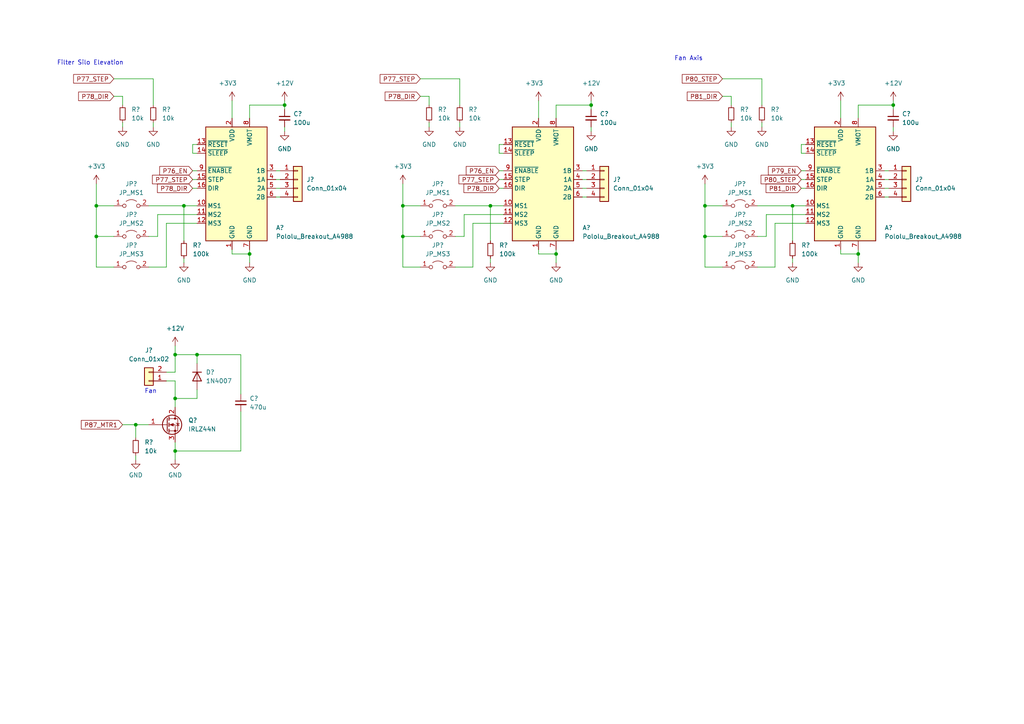
<source format=kicad_sch>
(kicad_sch (version 20211123) (generator eeschema)

  (uuid 0f321992-084a-474e-8294-e5c338a92e89)

  (paper "A4")

  (lib_symbols
    (symbol "Connector_Generic:Conn_01x02" (pin_names (offset 1.016) hide) (in_bom yes) (on_board yes)
      (property "Reference" "J" (id 0) (at 0 2.54 0)
        (effects (font (size 1.27 1.27)))
      )
      (property "Value" "Conn_01x02" (id 1) (at 0 -5.08 0)
        (effects (font (size 1.27 1.27)))
      )
      (property "Footprint" "" (id 2) (at 0 0 0)
        (effects (font (size 1.27 1.27)) hide)
      )
      (property "Datasheet" "~" (id 3) (at 0 0 0)
        (effects (font (size 1.27 1.27)) hide)
      )
      (property "ki_keywords" "connector" (id 4) (at 0 0 0)
        (effects (font (size 1.27 1.27)) hide)
      )
      (property "ki_description" "Generic connector, single row, 01x02, script generated (kicad-library-utils/schlib/autogen/connector/)" (id 5) (at 0 0 0)
        (effects (font (size 1.27 1.27)) hide)
      )
      (property "ki_fp_filters" "Connector*:*_1x??_*" (id 6) (at 0 0 0)
        (effects (font (size 1.27 1.27)) hide)
      )
      (symbol "Conn_01x02_1_1"
        (rectangle (start -1.27 -2.413) (end 0 -2.667)
          (stroke (width 0.1524) (type default) (color 0 0 0 0))
          (fill (type none))
        )
        (rectangle (start -1.27 0.127) (end 0 -0.127)
          (stroke (width 0.1524) (type default) (color 0 0 0 0))
          (fill (type none))
        )
        (rectangle (start -1.27 1.27) (end 1.27 -3.81)
          (stroke (width 0.254) (type default) (color 0 0 0 0))
          (fill (type background))
        )
        (pin passive line (at -5.08 0 0) (length 3.81)
          (name "Pin_1" (effects (font (size 1.27 1.27))))
          (number "1" (effects (font (size 1.27 1.27))))
        )
        (pin passive line (at -5.08 -2.54 0) (length 3.81)
          (name "Pin_2" (effects (font (size 1.27 1.27))))
          (number "2" (effects (font (size 1.27 1.27))))
        )
      )
    )
    (symbol "Connector_Generic:Conn_01x04" (pin_names (offset 1.016) hide) (in_bom yes) (on_board yes)
      (property "Reference" "J" (id 0) (at 0 5.08 0)
        (effects (font (size 1.27 1.27)))
      )
      (property "Value" "Conn_01x04" (id 1) (at 0 -7.62 0)
        (effects (font (size 1.27 1.27)))
      )
      (property "Footprint" "" (id 2) (at 0 0 0)
        (effects (font (size 1.27 1.27)) hide)
      )
      (property "Datasheet" "~" (id 3) (at 0 0 0)
        (effects (font (size 1.27 1.27)) hide)
      )
      (property "ki_keywords" "connector" (id 4) (at 0 0 0)
        (effects (font (size 1.27 1.27)) hide)
      )
      (property "ki_description" "Generic connector, single row, 01x04, script generated (kicad-library-utils/schlib/autogen/connector/)" (id 5) (at 0 0 0)
        (effects (font (size 1.27 1.27)) hide)
      )
      (property "ki_fp_filters" "Connector*:*_1x??_*" (id 6) (at 0 0 0)
        (effects (font (size 1.27 1.27)) hide)
      )
      (symbol "Conn_01x04_1_1"
        (rectangle (start -1.27 -4.953) (end 0 -5.207)
          (stroke (width 0.1524) (type default) (color 0 0 0 0))
          (fill (type none))
        )
        (rectangle (start -1.27 -2.413) (end 0 -2.667)
          (stroke (width 0.1524) (type default) (color 0 0 0 0))
          (fill (type none))
        )
        (rectangle (start -1.27 0.127) (end 0 -0.127)
          (stroke (width 0.1524) (type default) (color 0 0 0 0))
          (fill (type none))
        )
        (rectangle (start -1.27 2.667) (end 0 2.413)
          (stroke (width 0.1524) (type default) (color 0 0 0 0))
          (fill (type none))
        )
        (rectangle (start -1.27 3.81) (end 1.27 -6.35)
          (stroke (width 0.254) (type default) (color 0 0 0 0))
          (fill (type background))
        )
        (pin passive line (at -5.08 2.54 0) (length 3.81)
          (name "Pin_1" (effects (font (size 1.27 1.27))))
          (number "1" (effects (font (size 1.27 1.27))))
        )
        (pin passive line (at -5.08 0 0) (length 3.81)
          (name "Pin_2" (effects (font (size 1.27 1.27))))
          (number "2" (effects (font (size 1.27 1.27))))
        )
        (pin passive line (at -5.08 -2.54 0) (length 3.81)
          (name "Pin_3" (effects (font (size 1.27 1.27))))
          (number "3" (effects (font (size 1.27 1.27))))
        )
        (pin passive line (at -5.08 -5.08 0) (length 3.81)
          (name "Pin_4" (effects (font (size 1.27 1.27))))
          (number "4" (effects (font (size 1.27 1.27))))
        )
      )
    )
    (symbol "Device:C_Small" (pin_numbers hide) (pin_names (offset 0.254) hide) (in_bom yes) (on_board yes)
      (property "Reference" "C" (id 0) (at 0.254 1.778 0)
        (effects (font (size 1.27 1.27)) (justify left))
      )
      (property "Value" "C_Small" (id 1) (at 0.254 -2.032 0)
        (effects (font (size 1.27 1.27)) (justify left))
      )
      (property "Footprint" "" (id 2) (at 0 0 0)
        (effects (font (size 1.27 1.27)) hide)
      )
      (property "Datasheet" "~" (id 3) (at 0 0 0)
        (effects (font (size 1.27 1.27)) hide)
      )
      (property "ki_keywords" "capacitor cap" (id 4) (at 0 0 0)
        (effects (font (size 1.27 1.27)) hide)
      )
      (property "ki_description" "Unpolarized capacitor, small symbol" (id 5) (at 0 0 0)
        (effects (font (size 1.27 1.27)) hide)
      )
      (property "ki_fp_filters" "C_*" (id 6) (at 0 0 0)
        (effects (font (size 1.27 1.27)) hide)
      )
      (symbol "C_Small_0_1"
        (polyline
          (pts
            (xy -1.524 -0.508)
            (xy 1.524 -0.508)
          )
          (stroke (width 0.3302) (type default) (color 0 0 0 0))
          (fill (type none))
        )
        (polyline
          (pts
            (xy -1.524 0.508)
            (xy 1.524 0.508)
          )
          (stroke (width 0.3048) (type default) (color 0 0 0 0))
          (fill (type none))
        )
      )
      (symbol "C_Small_1_1"
        (pin passive line (at 0 2.54 270) (length 2.032)
          (name "~" (effects (font (size 1.27 1.27))))
          (number "1" (effects (font (size 1.27 1.27))))
        )
        (pin passive line (at 0 -2.54 90) (length 2.032)
          (name "~" (effects (font (size 1.27 1.27))))
          (number "2" (effects (font (size 1.27 1.27))))
        )
      )
    )
    (symbol "Device:R_Small" (pin_numbers hide) (pin_names (offset 0.254) hide) (in_bom yes) (on_board yes)
      (property "Reference" "R" (id 0) (at 0.762 0.508 0)
        (effects (font (size 1.27 1.27)) (justify left))
      )
      (property "Value" "R_Small" (id 1) (at 0.762 -1.016 0)
        (effects (font (size 1.27 1.27)) (justify left))
      )
      (property "Footprint" "" (id 2) (at 0 0 0)
        (effects (font (size 1.27 1.27)) hide)
      )
      (property "Datasheet" "~" (id 3) (at 0 0 0)
        (effects (font (size 1.27 1.27)) hide)
      )
      (property "ki_keywords" "R resistor" (id 4) (at 0 0 0)
        (effects (font (size 1.27 1.27)) hide)
      )
      (property "ki_description" "Resistor, small symbol" (id 5) (at 0 0 0)
        (effects (font (size 1.27 1.27)) hide)
      )
      (property "ki_fp_filters" "R_*" (id 6) (at 0 0 0)
        (effects (font (size 1.27 1.27)) hide)
      )
      (symbol "R_Small_0_1"
        (rectangle (start -0.762 1.778) (end 0.762 -1.778)
          (stroke (width 0.2032) (type default) (color 0 0 0 0))
          (fill (type none))
        )
      )
      (symbol "R_Small_1_1"
        (pin passive line (at 0 2.54 270) (length 0.762)
          (name "~" (effects (font (size 1.27 1.27))))
          (number "1" (effects (font (size 1.27 1.27))))
        )
        (pin passive line (at 0 -2.54 90) (length 0.762)
          (name "~" (effects (font (size 1.27 1.27))))
          (number "2" (effects (font (size 1.27 1.27))))
        )
      )
    )
    (symbol "Diode:1N4007" (pin_numbers hide) (pin_names (offset 1.016) hide) (in_bom yes) (on_board yes)
      (property "Reference" "D" (id 0) (at 0 2.54 0)
        (effects (font (size 1.27 1.27)))
      )
      (property "Value" "1N4007" (id 1) (at 0 -2.54 0)
        (effects (font (size 1.27 1.27)))
      )
      (property "Footprint" "Diode_THT:D_DO-41_SOD81_P10.16mm_Horizontal" (id 2) (at 0 -4.445 0)
        (effects (font (size 1.27 1.27)) hide)
      )
      (property "Datasheet" "http://www.vishay.com/docs/88503/1n4001.pdf" (id 3) (at 0 0 0)
        (effects (font (size 1.27 1.27)) hide)
      )
      (property "ki_keywords" "diode" (id 4) (at 0 0 0)
        (effects (font (size 1.27 1.27)) hide)
      )
      (property "ki_description" "1000V 1A General Purpose Rectifier Diode, DO-41" (id 5) (at 0 0 0)
        (effects (font (size 1.27 1.27)) hide)
      )
      (property "ki_fp_filters" "D*DO?41*" (id 6) (at 0 0 0)
        (effects (font (size 1.27 1.27)) hide)
      )
      (symbol "1N4007_0_1"
        (polyline
          (pts
            (xy -1.27 1.27)
            (xy -1.27 -1.27)
          )
          (stroke (width 0.254) (type default) (color 0 0 0 0))
          (fill (type none))
        )
        (polyline
          (pts
            (xy 1.27 0)
            (xy -1.27 0)
          )
          (stroke (width 0) (type default) (color 0 0 0 0))
          (fill (type none))
        )
        (polyline
          (pts
            (xy 1.27 1.27)
            (xy 1.27 -1.27)
            (xy -1.27 0)
            (xy 1.27 1.27)
          )
          (stroke (width 0.254) (type default) (color 0 0 0 0))
          (fill (type none))
        )
      )
      (symbol "1N4007_1_1"
        (pin passive line (at -3.81 0 0) (length 2.54)
          (name "K" (effects (font (size 1.27 1.27))))
          (number "1" (effects (font (size 1.27 1.27))))
        )
        (pin passive line (at 3.81 0 180) (length 2.54)
          (name "A" (effects (font (size 1.27 1.27))))
          (number "2" (effects (font (size 1.27 1.27))))
        )
      )
    )
    (symbol "Driver_Motor:Pololu_Breakout_A4988" (in_bom yes) (on_board yes)
      (property "Reference" "A" (id 0) (at -2.54 19.05 0)
        (effects (font (size 1.27 1.27)) (justify right))
      )
      (property "Value" "Pololu_Breakout_A4988" (id 1) (at -2.54 16.51 0)
        (effects (font (size 1.27 1.27)) (justify right))
      )
      (property "Footprint" "Module:Pololu_Breakout-16_15.2x20.3mm" (id 2) (at 6.985 -19.05 0)
        (effects (font (size 1.27 1.27)) (justify left) hide)
      )
      (property "Datasheet" "https://www.pololu.com/product/2980/pictures" (id 3) (at 2.54 -7.62 0)
        (effects (font (size 1.27 1.27)) hide)
      )
      (property "ki_keywords" "Pololu Breakout Board Stepper Driver A4988" (id 4) (at 0 0 0)
        (effects (font (size 1.27 1.27)) hide)
      )
      (property "ki_description" "Pololu Breakout Board, Stepper Driver A4988" (id 5) (at 0 0 0)
        (effects (font (size 1.27 1.27)) hide)
      )
      (property "ki_fp_filters" "Pololu*Breakout*15.2x20.3mm*" (id 6) (at 0 0 0)
        (effects (font (size 1.27 1.27)) hide)
      )
      (symbol "Pololu_Breakout_A4988_0_1"
        (rectangle (start 10.16 -17.78) (end -7.62 15.24)
          (stroke (width 0.254) (type default) (color 0 0 0 0))
          (fill (type background))
        )
      )
      (symbol "Pololu_Breakout_A4988_1_1"
        (pin power_in line (at 0 -20.32 90) (length 2.54)
          (name "GND" (effects (font (size 1.27 1.27))))
          (number "1" (effects (font (size 1.27 1.27))))
        )
        (pin input line (at -10.16 -7.62 0) (length 2.54)
          (name "MS1" (effects (font (size 1.27 1.27))))
          (number "10" (effects (font (size 1.27 1.27))))
        )
        (pin input line (at -10.16 -10.16 0) (length 2.54)
          (name "MS2" (effects (font (size 1.27 1.27))))
          (number "11" (effects (font (size 1.27 1.27))))
        )
        (pin input line (at -10.16 -12.7 0) (length 2.54)
          (name "MS3" (effects (font (size 1.27 1.27))))
          (number "12" (effects (font (size 1.27 1.27))))
        )
        (pin input line (at -10.16 10.16 0) (length 2.54)
          (name "~{RESET}" (effects (font (size 1.27 1.27))))
          (number "13" (effects (font (size 1.27 1.27))))
        )
        (pin input line (at -10.16 7.62 0) (length 2.54)
          (name "~{SLEEP}" (effects (font (size 1.27 1.27))))
          (number "14" (effects (font (size 1.27 1.27))))
        )
        (pin input line (at -10.16 0 0) (length 2.54)
          (name "STEP" (effects (font (size 1.27 1.27))))
          (number "15" (effects (font (size 1.27 1.27))))
        )
        (pin input line (at -10.16 -2.54 0) (length 2.54)
          (name "DIR" (effects (font (size 1.27 1.27))))
          (number "16" (effects (font (size 1.27 1.27))))
        )
        (pin power_in line (at 0 17.78 270) (length 2.54)
          (name "VDD" (effects (font (size 1.27 1.27))))
          (number "2" (effects (font (size 1.27 1.27))))
        )
        (pin output line (at 12.7 2.54 180) (length 2.54)
          (name "1B" (effects (font (size 1.27 1.27))))
          (number "3" (effects (font (size 1.27 1.27))))
        )
        (pin output line (at 12.7 0 180) (length 2.54)
          (name "1A" (effects (font (size 1.27 1.27))))
          (number "4" (effects (font (size 1.27 1.27))))
        )
        (pin output line (at 12.7 -2.54 180) (length 2.54)
          (name "2A" (effects (font (size 1.27 1.27))))
          (number "5" (effects (font (size 1.27 1.27))))
        )
        (pin output line (at 12.7 -5.08 180) (length 2.54)
          (name "2B" (effects (font (size 1.27 1.27))))
          (number "6" (effects (font (size 1.27 1.27))))
        )
        (pin power_in line (at 5.08 -20.32 90) (length 2.54)
          (name "GND" (effects (font (size 1.27 1.27))))
          (number "7" (effects (font (size 1.27 1.27))))
        )
        (pin power_in line (at 5.08 17.78 270) (length 2.54)
          (name "VMOT" (effects (font (size 1.27 1.27))))
          (number "8" (effects (font (size 1.27 1.27))))
        )
        (pin input line (at -10.16 2.54 0) (length 2.54)
          (name "~{ENABLE}" (effects (font (size 1.27 1.27))))
          (number "9" (effects (font (size 1.27 1.27))))
        )
      )
    )
    (symbol "Jumper:Jumper_2_Open" (pin_names (offset 0) hide) (in_bom yes) (on_board yes)
      (property "Reference" "JP" (id 0) (at 0 2.794 0)
        (effects (font (size 1.27 1.27)))
      )
      (property "Value" "Jumper_2_Open" (id 1) (at 0 -2.286 0)
        (effects (font (size 1.27 1.27)))
      )
      (property "Footprint" "" (id 2) (at 0 0 0)
        (effects (font (size 1.27 1.27)) hide)
      )
      (property "Datasheet" "~" (id 3) (at 0 0 0)
        (effects (font (size 1.27 1.27)) hide)
      )
      (property "ki_keywords" "Jumper SPST" (id 4) (at 0 0 0)
        (effects (font (size 1.27 1.27)) hide)
      )
      (property "ki_description" "Jumper, 2-pole, open" (id 5) (at 0 0 0)
        (effects (font (size 1.27 1.27)) hide)
      )
      (property "ki_fp_filters" "Jumper* TestPoint*2Pads* TestPoint*Bridge*" (id 6) (at 0 0 0)
        (effects (font (size 1.27 1.27)) hide)
      )
      (symbol "Jumper_2_Open_0_0"
        (circle (center -2.032 0) (radius 0.508)
          (stroke (width 0) (type default) (color 0 0 0 0))
          (fill (type none))
        )
        (circle (center 2.032 0) (radius 0.508)
          (stroke (width 0) (type default) (color 0 0 0 0))
          (fill (type none))
        )
      )
      (symbol "Jumper_2_Open_0_1"
        (arc (start 1.524 1.27) (mid 0 1.778) (end -1.524 1.27)
          (stroke (width 0) (type default) (color 0 0 0 0))
          (fill (type none))
        )
      )
      (symbol "Jumper_2_Open_1_1"
        (pin passive line (at -5.08 0 0) (length 2.54)
          (name "A" (effects (font (size 1.27 1.27))))
          (number "1" (effects (font (size 1.27 1.27))))
        )
        (pin passive line (at 5.08 0 180) (length 2.54)
          (name "B" (effects (font (size 1.27 1.27))))
          (number "2" (effects (font (size 1.27 1.27))))
        )
      )
    )
    (symbol "Transistor_FET:IRLZ44N" (pin_names hide) (in_bom yes) (on_board yes)
      (property "Reference" "Q" (id 0) (at 6.35 1.905 0)
        (effects (font (size 1.27 1.27)) (justify left))
      )
      (property "Value" "IRLZ44N" (id 1) (at 6.35 0 0)
        (effects (font (size 1.27 1.27)) (justify left))
      )
      (property "Footprint" "Package_TO_SOT_THT:TO-220-3_Vertical" (id 2) (at 6.35 -1.905 0)
        (effects (font (size 1.27 1.27) italic) (justify left) hide)
      )
      (property "Datasheet" "http://www.irf.com/product-info/datasheets/data/irlz44n.pdf" (id 3) (at 0 0 0)
        (effects (font (size 1.27 1.27)) (justify left) hide)
      )
      (property "ki_keywords" "N-Channel HEXFET MOSFET Logic-Level" (id 4) (at 0 0 0)
        (effects (font (size 1.27 1.27)) hide)
      )
      (property "ki_description" "47A Id, 55V Vds, 22mOhm Rds Single N-Channel HEXFET Power MOSFET, TO-220AB" (id 5) (at 0 0 0)
        (effects (font (size 1.27 1.27)) hide)
      )
      (property "ki_fp_filters" "TO?220*" (id 6) (at 0 0 0)
        (effects (font (size 1.27 1.27)) hide)
      )
      (symbol "IRLZ44N_0_1"
        (polyline
          (pts
            (xy 0.254 0)
            (xy -2.54 0)
          )
          (stroke (width 0) (type default) (color 0 0 0 0))
          (fill (type none))
        )
        (polyline
          (pts
            (xy 0.254 1.905)
            (xy 0.254 -1.905)
          )
          (stroke (width 0.254) (type default) (color 0 0 0 0))
          (fill (type none))
        )
        (polyline
          (pts
            (xy 0.762 -1.27)
            (xy 0.762 -2.286)
          )
          (stroke (width 0.254) (type default) (color 0 0 0 0))
          (fill (type none))
        )
        (polyline
          (pts
            (xy 0.762 0.508)
            (xy 0.762 -0.508)
          )
          (stroke (width 0.254) (type default) (color 0 0 0 0))
          (fill (type none))
        )
        (polyline
          (pts
            (xy 0.762 2.286)
            (xy 0.762 1.27)
          )
          (stroke (width 0.254) (type default) (color 0 0 0 0))
          (fill (type none))
        )
        (polyline
          (pts
            (xy 2.54 2.54)
            (xy 2.54 1.778)
          )
          (stroke (width 0) (type default) (color 0 0 0 0))
          (fill (type none))
        )
        (polyline
          (pts
            (xy 2.54 -2.54)
            (xy 2.54 0)
            (xy 0.762 0)
          )
          (stroke (width 0) (type default) (color 0 0 0 0))
          (fill (type none))
        )
        (polyline
          (pts
            (xy 0.762 -1.778)
            (xy 3.302 -1.778)
            (xy 3.302 1.778)
            (xy 0.762 1.778)
          )
          (stroke (width 0) (type default) (color 0 0 0 0))
          (fill (type none))
        )
        (polyline
          (pts
            (xy 1.016 0)
            (xy 2.032 0.381)
            (xy 2.032 -0.381)
            (xy 1.016 0)
          )
          (stroke (width 0) (type default) (color 0 0 0 0))
          (fill (type outline))
        )
        (polyline
          (pts
            (xy 2.794 0.508)
            (xy 2.921 0.381)
            (xy 3.683 0.381)
            (xy 3.81 0.254)
          )
          (stroke (width 0) (type default) (color 0 0 0 0))
          (fill (type none))
        )
        (polyline
          (pts
            (xy 3.302 0.381)
            (xy 2.921 -0.254)
            (xy 3.683 -0.254)
            (xy 3.302 0.381)
          )
          (stroke (width 0) (type default) (color 0 0 0 0))
          (fill (type none))
        )
        (circle (center 1.651 0) (radius 2.794)
          (stroke (width 0.254) (type default) (color 0 0 0 0))
          (fill (type none))
        )
        (circle (center 2.54 -1.778) (radius 0.254)
          (stroke (width 0) (type default) (color 0 0 0 0))
          (fill (type outline))
        )
        (circle (center 2.54 1.778) (radius 0.254)
          (stroke (width 0) (type default) (color 0 0 0 0))
          (fill (type outline))
        )
      )
      (symbol "IRLZ44N_1_1"
        (pin input line (at -5.08 0 0) (length 2.54)
          (name "G" (effects (font (size 1.27 1.27))))
          (number "1" (effects (font (size 1.27 1.27))))
        )
        (pin passive line (at 2.54 5.08 270) (length 2.54)
          (name "D" (effects (font (size 1.27 1.27))))
          (number "2" (effects (font (size 1.27 1.27))))
        )
        (pin passive line (at 2.54 -5.08 90) (length 2.54)
          (name "S" (effects (font (size 1.27 1.27))))
          (number "3" (effects (font (size 1.27 1.27))))
        )
      )
    )
    (symbol "power:+12V" (power) (pin_names (offset 0)) (in_bom yes) (on_board yes)
      (property "Reference" "#PWR" (id 0) (at 0 -3.81 0)
        (effects (font (size 1.27 1.27)) hide)
      )
      (property "Value" "+12V" (id 1) (at 0 3.556 0)
        (effects (font (size 1.27 1.27)))
      )
      (property "Footprint" "" (id 2) (at 0 0 0)
        (effects (font (size 1.27 1.27)) hide)
      )
      (property "Datasheet" "" (id 3) (at 0 0 0)
        (effects (font (size 1.27 1.27)) hide)
      )
      (property "ki_keywords" "power-flag" (id 4) (at 0 0 0)
        (effects (font (size 1.27 1.27)) hide)
      )
      (property "ki_description" "Power symbol creates a global label with name \"+12V\"" (id 5) (at 0 0 0)
        (effects (font (size 1.27 1.27)) hide)
      )
      (symbol "+12V_0_1"
        (polyline
          (pts
            (xy -0.762 1.27)
            (xy 0 2.54)
          )
          (stroke (width 0) (type default) (color 0 0 0 0))
          (fill (type none))
        )
        (polyline
          (pts
            (xy 0 0)
            (xy 0 2.54)
          )
          (stroke (width 0) (type default) (color 0 0 0 0))
          (fill (type none))
        )
        (polyline
          (pts
            (xy 0 2.54)
            (xy 0.762 1.27)
          )
          (stroke (width 0) (type default) (color 0 0 0 0))
          (fill (type none))
        )
      )
      (symbol "+12V_1_1"
        (pin power_in line (at 0 0 90) (length 0) hide
          (name "+12V" (effects (font (size 1.27 1.27))))
          (number "1" (effects (font (size 1.27 1.27))))
        )
      )
    )
    (symbol "power:+3.3V" (power) (pin_names (offset 0)) (in_bom yes) (on_board yes)
      (property "Reference" "#PWR" (id 0) (at 0 -3.81 0)
        (effects (font (size 1.27 1.27)) hide)
      )
      (property "Value" "+3.3V" (id 1) (at 0 3.556 0)
        (effects (font (size 1.27 1.27)))
      )
      (property "Footprint" "" (id 2) (at 0 0 0)
        (effects (font (size 1.27 1.27)) hide)
      )
      (property "Datasheet" "" (id 3) (at 0 0 0)
        (effects (font (size 1.27 1.27)) hide)
      )
      (property "ki_keywords" "power-flag" (id 4) (at 0 0 0)
        (effects (font (size 1.27 1.27)) hide)
      )
      (property "ki_description" "Power symbol creates a global label with name \"+3.3V\"" (id 5) (at 0 0 0)
        (effects (font (size 1.27 1.27)) hide)
      )
      (symbol "+3.3V_0_1"
        (polyline
          (pts
            (xy -0.762 1.27)
            (xy 0 2.54)
          )
          (stroke (width 0) (type default) (color 0 0 0 0))
          (fill (type none))
        )
        (polyline
          (pts
            (xy 0 0)
            (xy 0 2.54)
          )
          (stroke (width 0) (type default) (color 0 0 0 0))
          (fill (type none))
        )
        (polyline
          (pts
            (xy 0 2.54)
            (xy 0.762 1.27)
          )
          (stroke (width 0) (type default) (color 0 0 0 0))
          (fill (type none))
        )
      )
      (symbol "+3.3V_1_1"
        (pin power_in line (at 0 0 90) (length 0) hide
          (name "+3V3" (effects (font (size 1.27 1.27))))
          (number "1" (effects (font (size 1.27 1.27))))
        )
      )
    )
    (symbol "power:GND" (power) (pin_names (offset 0)) (in_bom yes) (on_board yes)
      (property "Reference" "#PWR" (id 0) (at 0 -6.35 0)
        (effects (font (size 1.27 1.27)) hide)
      )
      (property "Value" "GND" (id 1) (at 0 -3.81 0)
        (effects (font (size 1.27 1.27)))
      )
      (property "Footprint" "" (id 2) (at 0 0 0)
        (effects (font (size 1.27 1.27)) hide)
      )
      (property "Datasheet" "" (id 3) (at 0 0 0)
        (effects (font (size 1.27 1.27)) hide)
      )
      (property "ki_keywords" "power-flag" (id 4) (at 0 0 0)
        (effects (font (size 1.27 1.27)) hide)
      )
      (property "ki_description" "Power symbol creates a global label with name \"GND\" , ground" (id 5) (at 0 0 0)
        (effects (font (size 1.27 1.27)) hide)
      )
      (symbol "GND_0_1"
        (polyline
          (pts
            (xy 0 0)
            (xy 0 -1.27)
            (xy 1.27 -1.27)
            (xy 0 -2.54)
            (xy -1.27 -1.27)
            (xy 0 -1.27)
          )
          (stroke (width 0) (type default) (color 0 0 0 0))
          (fill (type none))
        )
      )
      (symbol "GND_1_1"
        (pin power_in line (at 0 0 270) (length 0) hide
          (name "GND" (effects (font (size 1.27 1.27))))
          (number "1" (effects (font (size 1.27 1.27))))
        )
      )
    )
  )

  (junction (at 116.84 59.69) (diameter 0) (color 0 0 0 0)
    (uuid 12e48269-4bdd-42a5-8902-a81a52da2fc2)
  )
  (junction (at 82.55 30.48) (diameter 0) (color 0 0 0 0)
    (uuid 18ea171a-709c-4d25-91be-90631eb62d04)
  )
  (junction (at 50.8 130.81) (diameter 0) (color 0 0 0 0)
    (uuid 25ce2d8d-cd15-4e35-a35c-73e4e583f9a0)
  )
  (junction (at 27.94 59.69) (diameter 0) (color 0 0 0 0)
    (uuid 2b20cefe-4450-438a-a9b7-47c8cc48ccd1)
  )
  (junction (at 39.37 123.19) (diameter 0) (color 0 0 0 0)
    (uuid 35224b8a-abd2-4788-97d5-9e51aa78f95b)
  )
  (junction (at 142.24 59.69) (diameter 0) (color 0 0 0 0)
    (uuid 491bb45f-c13e-4997-9995-d49a3791048d)
  )
  (junction (at 229.87 59.69) (diameter 0) (color 0 0 0 0)
    (uuid 52f96732-e4d2-4738-b4fd-28dbc2c0706c)
  )
  (junction (at 72.39 73.66) (diameter 0) (color 0 0 0 0)
    (uuid 60a56508-140e-43e1-a485-adda8af3d219)
  )
  (junction (at 27.94 68.58) (diameter 0) (color 0 0 0 0)
    (uuid 72c3cb26-c911-40fd-88da-f735f62d0552)
  )
  (junction (at 57.15 102.87) (diameter 0) (color 0 0 0 0)
    (uuid 7589799d-a9b9-4989-af92-5e26f8244e47)
  )
  (junction (at 248.92 73.66) (diameter 0) (color 0 0 0 0)
    (uuid 79a8e8c6-9f70-4c12-a6d8-8beab6ee992b)
  )
  (junction (at 171.45 30.48) (diameter 0) (color 0 0 0 0)
    (uuid a5704062-c423-49cd-af3a-ff4be8d176cc)
  )
  (junction (at 50.8 115.57) (diameter 0) (color 0 0 0 0)
    (uuid a5b4afc9-f349-4d0a-8fa9-aa871dce63ad)
  )
  (junction (at 204.47 59.69) (diameter 0) (color 0 0 0 0)
    (uuid b1d7c1ce-cee2-4492-9777-30cfb7532e66)
  )
  (junction (at 161.29 73.66) (diameter 0) (color 0 0 0 0)
    (uuid ba3fd760-9fa1-4ea3-aad8-48d7e53c8e09)
  )
  (junction (at 50.8 102.87) (diameter 0) (color 0 0 0 0)
    (uuid ba8d2105-9869-4c97-be18-68a740b90b56)
  )
  (junction (at 259.08 30.48) (diameter 0) (color 0 0 0 0)
    (uuid bc698b29-df2c-46cc-a7a7-bb9e619704f5)
  )
  (junction (at 116.84 68.58) (diameter 0) (color 0 0 0 0)
    (uuid c5d609e5-eb44-4e18-a93e-4d2b9eaa647a)
  )
  (junction (at 53.34 59.69) (diameter 0) (color 0 0 0 0)
    (uuid ebb9836e-06da-4cc3-aebe-b83ff8467869)
  )
  (junction (at 204.47 68.58) (diameter 0) (color 0 0 0 0)
    (uuid fc0c7fe2-c469-4c5c-95b1-ad21c7be7541)
  )

  (wire (pts (xy 53.34 59.69) (xy 53.34 69.85))
    (stroke (width 0) (type default) (color 0 0 0 0))
    (uuid 04b4e19e-feda-4e75-a42c-746753937c60)
  )
  (wire (pts (xy 48.26 64.77) (xy 48.26 77.47))
    (stroke (width 0) (type default) (color 0 0 0 0))
    (uuid 05053260-0434-4ca2-aa72-4f33b8a9b7df)
  )
  (wire (pts (xy 121.92 27.94) (xy 124.46 27.94))
    (stroke (width 0) (type default) (color 0 0 0 0))
    (uuid 07480010-efe2-4067-81fd-078c27896125)
  )
  (wire (pts (xy 27.94 77.47) (xy 27.94 68.58))
    (stroke (width 0) (type default) (color 0 0 0 0))
    (uuid 0a02e84a-620d-482c-a39a-fa7c28087264)
  )
  (wire (pts (xy 116.84 68.58) (xy 121.92 68.58))
    (stroke (width 0) (type default) (color 0 0 0 0))
    (uuid 0a15f97c-ec8b-44a9-b2a8-86a91dcf3a1a)
  )
  (wire (pts (xy 233.68 41.91) (xy 232.41 41.91))
    (stroke (width 0) (type default) (color 0 0 0 0))
    (uuid 0b856e1d-62f6-491f-9501-fb065244f252)
  )
  (wire (pts (xy 44.45 35.56) (xy 44.45 36.83))
    (stroke (width 0) (type default) (color 0 0 0 0))
    (uuid 0c4bba40-b1fd-481d-8d63-320f91527095)
  )
  (wire (pts (xy 161.29 30.48) (xy 161.29 34.29))
    (stroke (width 0) (type default) (color 0 0 0 0))
    (uuid 0d1022e5-7145-4dd5-bb37-b2ef12881bff)
  )
  (wire (pts (xy 259.08 29.21) (xy 259.08 30.48))
    (stroke (width 0) (type default) (color 0 0 0 0))
    (uuid 0df86e02-f399-4960-8703-e23e2143a819)
  )
  (wire (pts (xy 243.84 29.21) (xy 243.84 34.29))
    (stroke (width 0) (type default) (color 0 0 0 0))
    (uuid 0e5b376a-7c34-49c9-891a-c8d216324c2d)
  )
  (wire (pts (xy 67.31 29.21) (xy 67.31 34.29))
    (stroke (width 0) (type default) (color 0 0 0 0))
    (uuid 0f1617f1-5ea4-4a8e-a405-4d1a44fb4169)
  )
  (wire (pts (xy 132.08 59.69) (xy 142.24 59.69))
    (stroke (width 0) (type default) (color 0 0 0 0))
    (uuid 0f967309-2359-4cd3-9800-fd92617757aa)
  )
  (wire (pts (xy 80.01 57.15) (xy 81.28 57.15))
    (stroke (width 0) (type default) (color 0 0 0 0))
    (uuid 15a7a17f-f312-4808-ac55-68f21197ac44)
  )
  (wire (pts (xy 27.94 68.58) (xy 27.94 59.69))
    (stroke (width 0) (type default) (color 0 0 0 0))
    (uuid 160f53ae-904d-4b6c-9276-694f9e9e026f)
  )
  (wire (pts (xy 144.78 49.53) (xy 146.05 49.53))
    (stroke (width 0) (type default) (color 0 0 0 0))
    (uuid 169e019e-4b97-46de-bb4d-8113cf982bc8)
  )
  (wire (pts (xy 224.79 64.77) (xy 233.68 64.77))
    (stroke (width 0) (type default) (color 0 0 0 0))
    (uuid 16ab1bf8-8eb5-4cdb-8943-21bef7a0726e)
  )
  (wire (pts (xy 50.8 102.87) (xy 50.8 107.95))
    (stroke (width 0) (type default) (color 0 0 0 0))
    (uuid 188354e3-548b-4943-9207-d518465706cf)
  )
  (wire (pts (xy 121.92 22.86) (xy 133.35 22.86))
    (stroke (width 0) (type default) (color 0 0 0 0))
    (uuid 1988b2d4-dfcf-4542-b34f-72cf5c4a5115)
  )
  (wire (pts (xy 204.47 59.69) (xy 204.47 53.34))
    (stroke (width 0) (type default) (color 0 0 0 0))
    (uuid 1f663bbc-80af-4c04-afc9-4ccc7e861efb)
  )
  (wire (pts (xy 27.94 59.69) (xy 33.02 59.69))
    (stroke (width 0) (type default) (color 0 0 0 0))
    (uuid 20563534-064a-4780-8d08-d94c19088cee)
  )
  (wire (pts (xy 72.39 30.48) (xy 72.39 34.29))
    (stroke (width 0) (type default) (color 0 0 0 0))
    (uuid 26d1fca2-cbb7-4911-bb3c-70bf62ccb821)
  )
  (wire (pts (xy 53.34 59.69) (xy 57.15 59.69))
    (stroke (width 0) (type default) (color 0 0 0 0))
    (uuid 2885a617-e118-4b2e-8f3f-0f0b5b1001bc)
  )
  (wire (pts (xy 156.21 29.21) (xy 156.21 34.29))
    (stroke (width 0) (type default) (color 0 0 0 0))
    (uuid 29ceb207-4a68-4568-b56a-f65a876ad805)
  )
  (wire (pts (xy 39.37 123.19) (xy 39.37 127))
    (stroke (width 0) (type default) (color 0 0 0 0))
    (uuid 2e6fd658-7dc3-465f-9c57-fc97149a057a)
  )
  (wire (pts (xy 27.94 59.69) (xy 27.94 53.34))
    (stroke (width 0) (type default) (color 0 0 0 0))
    (uuid 2ed80461-8ce9-43b9-9ad1-f3610aba58b1)
  )
  (wire (pts (xy 72.39 73.66) (xy 72.39 76.2))
    (stroke (width 0) (type default) (color 0 0 0 0))
    (uuid 34aedea8-34da-49f1-84fa-985468d9d8c6)
  )
  (wire (pts (xy 50.8 128.27) (xy 50.8 130.81))
    (stroke (width 0) (type default) (color 0 0 0 0))
    (uuid 350d2449-6b70-4cf7-b7da-4dade1fab230)
  )
  (wire (pts (xy 44.45 22.86) (xy 44.45 30.48))
    (stroke (width 0) (type default) (color 0 0 0 0))
    (uuid 350d8bbe-9cd5-4951-8b73-951a31c3b056)
  )
  (wire (pts (xy 57.15 41.91) (xy 55.88 41.91))
    (stroke (width 0) (type default) (color 0 0 0 0))
    (uuid 359d49cd-4e97-4fb1-a7b9-7d3187640bc3)
  )
  (wire (pts (xy 33.02 22.86) (xy 44.45 22.86))
    (stroke (width 0) (type default) (color 0 0 0 0))
    (uuid 36254e54-7d2b-463a-a38c-953f9277b2df)
  )
  (wire (pts (xy 39.37 123.19) (xy 43.18 123.19))
    (stroke (width 0) (type default) (color 0 0 0 0))
    (uuid 37cdcc9d-c120-4107-89a6-5719a0363c61)
  )
  (wire (pts (xy 35.56 35.56) (xy 35.56 36.83))
    (stroke (width 0) (type default) (color 0 0 0 0))
    (uuid 3a8f41b9-2410-4267-8080-62c61c5e4d19)
  )
  (wire (pts (xy 50.8 102.87) (xy 57.15 102.87))
    (stroke (width 0) (type default) (color 0 0 0 0))
    (uuid 3b0bd16d-d9b7-4361-a972-471f32ce8166)
  )
  (wire (pts (xy 168.91 52.07) (xy 170.18 52.07))
    (stroke (width 0) (type default) (color 0 0 0 0))
    (uuid 3bc9daa3-6e76-4e7c-ade0-72f4e58ed7ca)
  )
  (wire (pts (xy 259.08 30.48) (xy 259.08 31.75))
    (stroke (width 0) (type default) (color 0 0 0 0))
    (uuid 3cd9ce49-8abd-429e-a9c4-70c0d9865c9f)
  )
  (wire (pts (xy 43.18 77.47) (xy 48.26 77.47))
    (stroke (width 0) (type default) (color 0 0 0 0))
    (uuid 3d06f921-f262-44a4-bb47-72fe3237a9c1)
  )
  (wire (pts (xy 248.92 73.66) (xy 248.92 76.2))
    (stroke (width 0) (type default) (color 0 0 0 0))
    (uuid 3f0d4397-4d46-4fd0-8c78-4632d5f07caa)
  )
  (wire (pts (xy 171.45 36.83) (xy 171.45 38.1))
    (stroke (width 0) (type default) (color 0 0 0 0))
    (uuid 40594e55-65cb-48dc-8770-f5c2a0e8767f)
  )
  (wire (pts (xy 35.56 27.94) (xy 35.56 30.48))
    (stroke (width 0) (type default) (color 0 0 0 0))
    (uuid 443d1a5c-746f-4013-b3c1-9cd719c3f030)
  )
  (wire (pts (xy 232.41 44.45) (xy 233.68 44.45))
    (stroke (width 0) (type default) (color 0 0 0 0))
    (uuid 454a0ac4-9bb8-4ac9-b2b1-a85814b1bc08)
  )
  (wire (pts (xy 248.92 30.48) (xy 259.08 30.48))
    (stroke (width 0) (type default) (color 0 0 0 0))
    (uuid 47ba683a-da99-4bb5-a128-f65480c2e6f4)
  )
  (wire (pts (xy 69.85 119.38) (xy 69.85 130.81))
    (stroke (width 0) (type default) (color 0 0 0 0))
    (uuid 482bd8dd-2718-47b9-a35b-0b77fa99e76b)
  )
  (wire (pts (xy 144.78 44.45) (xy 146.05 44.45))
    (stroke (width 0) (type default) (color 0 0 0 0))
    (uuid 4c610f69-e4aa-4e58-80d1-030a7f343a84)
  )
  (wire (pts (xy 142.24 59.69) (xy 146.05 59.69))
    (stroke (width 0) (type default) (color 0 0 0 0))
    (uuid 4d281422-a807-47fa-89f3-3e7319bfa4c2)
  )
  (wire (pts (xy 171.45 29.21) (xy 171.45 30.48))
    (stroke (width 0) (type default) (color 0 0 0 0))
    (uuid 4d8bfd73-6f4a-4778-9448-7d5d9d4ffdbc)
  )
  (wire (pts (xy 55.88 44.45) (xy 57.15 44.45))
    (stroke (width 0) (type default) (color 0 0 0 0))
    (uuid 5001280c-c159-4dc1-88a7-238de2d96b56)
  )
  (wire (pts (xy 69.85 114.3) (xy 69.85 102.87))
    (stroke (width 0) (type default) (color 0 0 0 0))
    (uuid 5069b497-7bda-4e46-88d3-45c4d98ad01f)
  )
  (wire (pts (xy 212.09 35.56) (xy 212.09 36.83))
    (stroke (width 0) (type default) (color 0 0 0 0))
    (uuid 514c9ded-4303-4a99-a786-fa16793cc2d6)
  )
  (wire (pts (xy 142.24 74.93) (xy 142.24 76.2))
    (stroke (width 0) (type default) (color 0 0 0 0))
    (uuid 515b5693-44b1-44c0-91ec-7a34aea57957)
  )
  (wire (pts (xy 156.21 73.66) (xy 161.29 73.66))
    (stroke (width 0) (type default) (color 0 0 0 0))
    (uuid 5195d3ec-279c-4546-af3c-92345a41d1ec)
  )
  (wire (pts (xy 48.26 107.95) (xy 50.8 107.95))
    (stroke (width 0) (type default) (color 0 0 0 0))
    (uuid 51fd5683-6729-4c48-a931-ae5445718e78)
  )
  (wire (pts (xy 55.88 54.61) (xy 57.15 54.61))
    (stroke (width 0) (type default) (color 0 0 0 0))
    (uuid 52deac35-cda9-4acb-974b-112e3b7e15be)
  )
  (wire (pts (xy 229.87 59.69) (xy 229.87 69.85))
    (stroke (width 0) (type default) (color 0 0 0 0))
    (uuid 534e0498-d386-4418-ba45-b5ab936909e0)
  )
  (wire (pts (xy 116.84 59.69) (xy 116.84 53.34))
    (stroke (width 0) (type default) (color 0 0 0 0))
    (uuid 5490847b-b254-4677-a93a-ed84dc25df22)
  )
  (wire (pts (xy 121.92 77.47) (xy 116.84 77.47))
    (stroke (width 0) (type default) (color 0 0 0 0))
    (uuid 5801d3c3-b097-420a-a61e-6a13fb1c25f3)
  )
  (wire (pts (xy 57.15 115.57) (xy 50.8 115.57))
    (stroke (width 0) (type default) (color 0 0 0 0))
    (uuid 5de50a04-d7c8-4c14-ae47-72c92fd78124)
  )
  (wire (pts (xy 82.55 36.83) (xy 82.55 38.1))
    (stroke (width 0) (type default) (color 0 0 0 0))
    (uuid 6250709e-f22d-44c3-be00-bf4e6696905f)
  )
  (wire (pts (xy 69.85 130.81) (xy 50.8 130.81))
    (stroke (width 0) (type default) (color 0 0 0 0))
    (uuid 631fd5ae-7fba-4bf2-8c73-89b7f71e9c4b)
  )
  (wire (pts (xy 80.01 52.07) (xy 81.28 52.07))
    (stroke (width 0) (type default) (color 0 0 0 0))
    (uuid 64a37d44-01f8-4b33-8f57-ba7fb15ecf5a)
  )
  (wire (pts (xy 134.62 62.23) (xy 134.62 68.58))
    (stroke (width 0) (type default) (color 0 0 0 0))
    (uuid 66a0b26b-c5a4-425f-aa45-d46e54ed1cfd)
  )
  (wire (pts (xy 45.72 62.23) (xy 45.72 68.58))
    (stroke (width 0) (type default) (color 0 0 0 0))
    (uuid 6a0736a7-fd04-43f0-a9f7-b8579cf75021)
  )
  (wire (pts (xy 43.18 59.69) (xy 53.34 59.69))
    (stroke (width 0) (type default) (color 0 0 0 0))
    (uuid 6a6d7de2-02b5-4561-8cbd-f1eb725ae081)
  )
  (wire (pts (xy 72.39 30.48) (xy 82.55 30.48))
    (stroke (width 0) (type default) (color 0 0 0 0))
    (uuid 6e1a9fec-5996-43b8-a6b1-ec962372d8a8)
  )
  (wire (pts (xy 212.09 27.94) (xy 212.09 30.48))
    (stroke (width 0) (type default) (color 0 0 0 0))
    (uuid 701d56d3-e17b-4d5e-8557-6a389693afba)
  )
  (wire (pts (xy 209.55 27.94) (xy 212.09 27.94))
    (stroke (width 0) (type default) (color 0 0 0 0))
    (uuid 70588e65-426e-4068-888c-533a707757fb)
  )
  (wire (pts (xy 222.25 62.23) (xy 233.68 62.23))
    (stroke (width 0) (type default) (color 0 0 0 0))
    (uuid 72e649dc-3faa-4ec2-a768-6ab4e381eaa3)
  )
  (wire (pts (xy 256.54 57.15) (xy 257.81 57.15))
    (stroke (width 0) (type default) (color 0 0 0 0))
    (uuid 75d8a006-2df4-49e5-bab2-714eb879fb12)
  )
  (wire (pts (xy 48.26 110.49) (xy 50.8 110.49))
    (stroke (width 0) (type default) (color 0 0 0 0))
    (uuid 76808fc7-d6da-45f2-bc5f-46dcb3a0dfd9)
  )
  (wire (pts (xy 232.41 41.91) (xy 232.41 44.45))
    (stroke (width 0) (type default) (color 0 0 0 0))
    (uuid 76ae966b-d7f1-4513-b634-4bfa26dd7d55)
  )
  (wire (pts (xy 168.91 54.61) (xy 170.18 54.61))
    (stroke (width 0) (type default) (color 0 0 0 0))
    (uuid 771af19b-e61b-4545-8aa9-88c2385d5229)
  )
  (wire (pts (xy 243.84 73.66) (xy 248.92 73.66))
    (stroke (width 0) (type default) (color 0 0 0 0))
    (uuid 784e0d23-b031-4397-ac07-30c6038f3eb3)
  )
  (wire (pts (xy 35.56 123.19) (xy 39.37 123.19))
    (stroke (width 0) (type default) (color 0 0 0 0))
    (uuid 7a978af5-48ab-42de-b548-79d8ccc35528)
  )
  (wire (pts (xy 72.39 72.39) (xy 72.39 73.66))
    (stroke (width 0) (type default) (color 0 0 0 0))
    (uuid 7dd51383-2e0e-43b8-86e9-37c4ccf3470a)
  )
  (wire (pts (xy 161.29 72.39) (xy 161.29 73.66))
    (stroke (width 0) (type default) (color 0 0 0 0))
    (uuid 7e319697-0ecf-4cfd-9b3b-95dd8b3a7d6d)
  )
  (wire (pts (xy 220.98 22.86) (xy 220.98 30.48))
    (stroke (width 0) (type default) (color 0 0 0 0))
    (uuid 80457f8c-aa1a-46c1-aa64-354ea143adb4)
  )
  (wire (pts (xy 67.31 73.66) (xy 72.39 73.66))
    (stroke (width 0) (type default) (color 0 0 0 0))
    (uuid 8094a32a-6e9f-4a68-9574-2cc8deba2635)
  )
  (wire (pts (xy 50.8 100.33) (xy 50.8 102.87))
    (stroke (width 0) (type default) (color 0 0 0 0))
    (uuid 8219a473-2c0f-4321-8987-5bc3a32c1699)
  )
  (wire (pts (xy 256.54 52.07) (xy 257.81 52.07))
    (stroke (width 0) (type default) (color 0 0 0 0))
    (uuid 8232d98b-eecb-4691-84b9-34c80f957df3)
  )
  (wire (pts (xy 48.26 64.77) (xy 57.15 64.77))
    (stroke (width 0) (type default) (color 0 0 0 0))
    (uuid 826562c0-c6bc-48d1-b2cb-8645280927bd)
  )
  (wire (pts (xy 219.71 77.47) (xy 224.79 77.47))
    (stroke (width 0) (type default) (color 0 0 0 0))
    (uuid 831d0aed-877d-4976-bf08-5ceb96125db7)
  )
  (wire (pts (xy 232.41 52.07) (xy 233.68 52.07))
    (stroke (width 0) (type default) (color 0 0 0 0))
    (uuid 84f0a42c-79a5-472c-90d3-5141153e263f)
  )
  (wire (pts (xy 82.55 30.48) (xy 82.55 31.75))
    (stroke (width 0) (type default) (color 0 0 0 0))
    (uuid 87355c7a-d6b9-4195-9593-6e9fca93ef21)
  )
  (wire (pts (xy 50.8 115.57) (xy 50.8 118.11))
    (stroke (width 0) (type default) (color 0 0 0 0))
    (uuid 88d4792a-24e9-4692-a327-c4de6ccd60f9)
  )
  (wire (pts (xy 116.84 77.47) (xy 116.84 68.58))
    (stroke (width 0) (type default) (color 0 0 0 0))
    (uuid 8a1880e7-1c78-469d-802d-43fc72d8ab1a)
  )
  (wire (pts (xy 171.45 30.48) (xy 171.45 31.75))
    (stroke (width 0) (type default) (color 0 0 0 0))
    (uuid 8d55bc12-3523-44b8-9f53-87a0094bd5b5)
  )
  (wire (pts (xy 50.8 110.49) (xy 50.8 115.57))
    (stroke (width 0) (type default) (color 0 0 0 0))
    (uuid 8d7e88b2-2990-4038-a948-b53bc8a0fd0e)
  )
  (wire (pts (xy 45.72 62.23) (xy 57.15 62.23))
    (stroke (width 0) (type default) (color 0 0 0 0))
    (uuid 8e102323-8f89-4da3-bebf-37c926124491)
  )
  (wire (pts (xy 124.46 27.94) (xy 124.46 30.48))
    (stroke (width 0) (type default) (color 0 0 0 0))
    (uuid 8ff22e32-46f0-4178-8729-6c4cd94984a4)
  )
  (wire (pts (xy 80.01 54.61) (xy 81.28 54.61))
    (stroke (width 0) (type default) (color 0 0 0 0))
    (uuid 90dbf4b4-83ff-4da3-bd35-6565384a49f6)
  )
  (wire (pts (xy 116.84 59.69) (xy 121.92 59.69))
    (stroke (width 0) (type default) (color 0 0 0 0))
    (uuid 94f4c2e6-7164-4f95-8d4e-fb3d2c66d02b)
  )
  (wire (pts (xy 50.8 130.81) (xy 50.8 133.35))
    (stroke (width 0) (type default) (color 0 0 0 0))
    (uuid 953b7b55-1098-4b6d-94e4-e5542f02a2f3)
  )
  (wire (pts (xy 220.98 35.56) (xy 220.98 36.83))
    (stroke (width 0) (type default) (color 0 0 0 0))
    (uuid 97ad4765-abf3-4666-8534-da4b450b8deb)
  )
  (wire (pts (xy 132.08 77.47) (xy 137.16 77.47))
    (stroke (width 0) (type default) (color 0 0 0 0))
    (uuid 9ac5e362-e3f9-45fc-bafc-9f542f1513c0)
  )
  (wire (pts (xy 248.92 30.48) (xy 248.92 34.29))
    (stroke (width 0) (type default) (color 0 0 0 0))
    (uuid 9d18ebaa-cdac-4b71-ac68-134d13fef01c)
  )
  (wire (pts (xy 134.62 68.58) (xy 132.08 68.58))
    (stroke (width 0) (type default) (color 0 0 0 0))
    (uuid 9e7e83c2-abec-42da-bd0f-86ad9fd03fb8)
  )
  (wire (pts (xy 144.78 54.61) (xy 146.05 54.61))
    (stroke (width 0) (type default) (color 0 0 0 0))
    (uuid a0674723-f483-41b3-8eb8-3c858e317ffe)
  )
  (wire (pts (xy 57.15 113.03) (xy 57.15 115.57))
    (stroke (width 0) (type default) (color 0 0 0 0))
    (uuid a0696e41-ba06-4311-b0cd-e8ca5d234fff)
  )
  (wire (pts (xy 219.71 59.69) (xy 229.87 59.69))
    (stroke (width 0) (type default) (color 0 0 0 0))
    (uuid a111b63e-e74a-4177-ab05-8366915d49b6)
  )
  (wire (pts (xy 82.55 29.21) (xy 82.55 30.48))
    (stroke (width 0) (type default) (color 0 0 0 0))
    (uuid a1a84740-8378-41b3-8734-97d90654c85f)
  )
  (wire (pts (xy 156.21 72.39) (xy 156.21 73.66))
    (stroke (width 0) (type default) (color 0 0 0 0))
    (uuid a512aa0f-39ed-4dad-bd6a-e2f96886919e)
  )
  (wire (pts (xy 33.02 77.47) (xy 27.94 77.47))
    (stroke (width 0) (type default) (color 0 0 0 0))
    (uuid a6b93c9b-a39f-448a-80c1-4ec43d21e60e)
  )
  (wire (pts (xy 124.46 35.56) (xy 124.46 36.83))
    (stroke (width 0) (type default) (color 0 0 0 0))
    (uuid a75f9dd8-3920-4a30-ad3b-528d1ad5e268)
  )
  (wire (pts (xy 204.47 77.47) (xy 204.47 68.58))
    (stroke (width 0) (type default) (color 0 0 0 0))
    (uuid a7dd902f-9a03-4a28-9edb-8a9b781b0533)
  )
  (wire (pts (xy 232.41 54.61) (xy 233.68 54.61))
    (stroke (width 0) (type default) (color 0 0 0 0))
    (uuid ab826b61-6960-4b40-ad0d-091e7f565433)
  )
  (wire (pts (xy 27.94 68.58) (xy 33.02 68.58))
    (stroke (width 0) (type default) (color 0 0 0 0))
    (uuid ab998bde-b89f-43f2-8f98-0d6f36070ee5)
  )
  (wire (pts (xy 204.47 68.58) (xy 209.55 68.58))
    (stroke (width 0) (type default) (color 0 0 0 0))
    (uuid ac0ae27f-eda0-4dd3-97c1-ca35cc4c1605)
  )
  (wire (pts (xy 144.78 52.07) (xy 146.05 52.07))
    (stroke (width 0) (type default) (color 0 0 0 0))
    (uuid ac2fa4f3-6d79-4cd6-972e-baff4f414412)
  )
  (wire (pts (xy 133.35 35.56) (xy 133.35 36.83))
    (stroke (width 0) (type default) (color 0 0 0 0))
    (uuid ad39c293-6b75-4122-aedd-2736b9046ec2)
  )
  (wire (pts (xy 133.35 22.86) (xy 133.35 30.48))
    (stroke (width 0) (type default) (color 0 0 0 0))
    (uuid ae325faa-542f-4345-bc0c-80c1a069a6e6)
  )
  (wire (pts (xy 256.54 49.53) (xy 257.81 49.53))
    (stroke (width 0) (type default) (color 0 0 0 0))
    (uuid b001361b-0d44-4f1b-9d24-f4bbc1d6e75b)
  )
  (wire (pts (xy 57.15 105.41) (xy 57.15 102.87))
    (stroke (width 0) (type default) (color 0 0 0 0))
    (uuid b022a744-cf43-40b6-adec-8d396c565b2a)
  )
  (wire (pts (xy 142.24 59.69) (xy 142.24 69.85))
    (stroke (width 0) (type default) (color 0 0 0 0))
    (uuid b7b2c059-8604-45e5-811d-7d7d0ab53a9a)
  )
  (wire (pts (xy 39.37 132.08) (xy 39.37 133.35))
    (stroke (width 0) (type default) (color 0 0 0 0))
    (uuid b8c421f1-1b77-4f54-b29c-caeb2b46e7b9)
  )
  (wire (pts (xy 137.16 64.77) (xy 137.16 77.47))
    (stroke (width 0) (type default) (color 0 0 0 0))
    (uuid ba3e3fe8-a206-4e31-9169-cd3098ca2c1b)
  )
  (wire (pts (xy 243.84 72.39) (xy 243.84 73.66))
    (stroke (width 0) (type default) (color 0 0 0 0))
    (uuid c07c6388-a16b-4796-86f0-c59327c72209)
  )
  (wire (pts (xy 67.31 72.39) (xy 67.31 73.66))
    (stroke (width 0) (type default) (color 0 0 0 0))
    (uuid c37018d4-932d-45ea-8ef7-605379a3ade7)
  )
  (wire (pts (xy 224.79 64.77) (xy 224.79 77.47))
    (stroke (width 0) (type default) (color 0 0 0 0))
    (uuid c55b176d-bf32-4ced-a7c6-7d2abf67e38d)
  )
  (wire (pts (xy 137.16 64.77) (xy 146.05 64.77))
    (stroke (width 0) (type default) (color 0 0 0 0))
    (uuid c709b023-6a5f-4bcb-9085-86ba25afbab0)
  )
  (wire (pts (xy 209.55 77.47) (xy 204.47 77.47))
    (stroke (width 0) (type default) (color 0 0 0 0))
    (uuid c89ba7ad-3af6-402b-a418-f8b1d3d626d2)
  )
  (wire (pts (xy 229.87 59.69) (xy 233.68 59.69))
    (stroke (width 0) (type default) (color 0 0 0 0))
    (uuid ca0986ce-892b-4705-a8f3-19832e199fcd)
  )
  (wire (pts (xy 222.25 68.58) (xy 219.71 68.58))
    (stroke (width 0) (type default) (color 0 0 0 0))
    (uuid ca3fb96a-5fe4-455f-9622-78c8cd48e907)
  )
  (wire (pts (xy 161.29 30.48) (xy 171.45 30.48))
    (stroke (width 0) (type default) (color 0 0 0 0))
    (uuid cba1cdfa-6907-43a1-a98d-e02118d92cb2)
  )
  (wire (pts (xy 134.62 62.23) (xy 146.05 62.23))
    (stroke (width 0) (type default) (color 0 0 0 0))
    (uuid d37022f8-90ed-4cd4-9151-6a4e397b0bba)
  )
  (wire (pts (xy 55.88 49.53) (xy 57.15 49.53))
    (stroke (width 0) (type default) (color 0 0 0 0))
    (uuid d7804e4e-9a5c-4f73-97d2-7e554829cdbf)
  )
  (wire (pts (xy 204.47 59.69) (xy 209.55 59.69))
    (stroke (width 0) (type default) (color 0 0 0 0))
    (uuid d83c3eac-bb2a-42cf-ab3e-0df463863599)
  )
  (wire (pts (xy 45.72 68.58) (xy 43.18 68.58))
    (stroke (width 0) (type default) (color 0 0 0 0))
    (uuid db34fee7-b00c-4356-a08a-66319abce20b)
  )
  (wire (pts (xy 53.34 74.93) (xy 53.34 76.2))
    (stroke (width 0) (type default) (color 0 0 0 0))
    (uuid db5ebfd9-2820-43b3-b701-9e7095ec11f7)
  )
  (wire (pts (xy 256.54 54.61) (xy 257.81 54.61))
    (stroke (width 0) (type default) (color 0 0 0 0))
    (uuid dc63a381-0c25-4085-9105-e6343533c78e)
  )
  (wire (pts (xy 57.15 102.87) (xy 69.85 102.87))
    (stroke (width 0) (type default) (color 0 0 0 0))
    (uuid dcaad2e2-0705-4be4-85e9-01123ce8807d)
  )
  (wire (pts (xy 232.41 49.53) (xy 233.68 49.53))
    (stroke (width 0) (type default) (color 0 0 0 0))
    (uuid df60adda-a69a-4e18-abe2-0b55ee9a4b5b)
  )
  (wire (pts (xy 229.87 74.93) (xy 229.87 76.2))
    (stroke (width 0) (type default) (color 0 0 0 0))
    (uuid e0145bfd-9374-4401-9044-e9aa735710ca)
  )
  (wire (pts (xy 248.92 72.39) (xy 248.92 73.66))
    (stroke (width 0) (type default) (color 0 0 0 0))
    (uuid e4f9d7bf-5b18-4d29-80ec-5081fff356c5)
  )
  (wire (pts (xy 55.88 41.91) (xy 55.88 44.45))
    (stroke (width 0) (type default) (color 0 0 0 0))
    (uuid e7d91b0c-8d73-47f4-973c-1367bbc1cc99)
  )
  (wire (pts (xy 55.88 52.07) (xy 57.15 52.07))
    (stroke (width 0) (type default) (color 0 0 0 0))
    (uuid e8037275-97f1-494f-b301-7f231d7c46b6)
  )
  (wire (pts (xy 146.05 41.91) (xy 144.78 41.91))
    (stroke (width 0) (type default) (color 0 0 0 0))
    (uuid e888d80a-f16b-472a-a9bd-88bc038c9ba1)
  )
  (wire (pts (xy 168.91 57.15) (xy 170.18 57.15))
    (stroke (width 0) (type default) (color 0 0 0 0))
    (uuid e8d5d8e1-6542-4740-8653-d1c9747914bc)
  )
  (wire (pts (xy 33.02 27.94) (xy 35.56 27.94))
    (stroke (width 0) (type default) (color 0 0 0 0))
    (uuid e978c41d-020c-4f73-be3b-79c2cb026d54)
  )
  (wire (pts (xy 259.08 36.83) (xy 259.08 38.1))
    (stroke (width 0) (type default) (color 0 0 0 0))
    (uuid eb9604a2-4780-4a66-9807-15e3ea9fb605)
  )
  (wire (pts (xy 144.78 41.91) (xy 144.78 44.45))
    (stroke (width 0) (type default) (color 0 0 0 0))
    (uuid ec0a1acb-04fb-4589-8e09-0992306e527b)
  )
  (wire (pts (xy 80.01 49.53) (xy 81.28 49.53))
    (stroke (width 0) (type default) (color 0 0 0 0))
    (uuid edcf8e67-d429-4947-bd8d-af865636141f)
  )
  (wire (pts (xy 161.29 73.66) (xy 161.29 76.2))
    (stroke (width 0) (type default) (color 0 0 0 0))
    (uuid ee4d6efb-6e3c-4617-b5c2-de4a7aa6f3f7)
  )
  (wire (pts (xy 168.91 49.53) (xy 170.18 49.53))
    (stroke (width 0) (type default) (color 0 0 0 0))
    (uuid eead782e-e23d-4e6b-91ad-d714828138d3)
  )
  (wire (pts (xy 222.25 62.23) (xy 222.25 68.58))
    (stroke (width 0) (type default) (color 0 0 0 0))
    (uuid ef83759b-f448-4ec7-9c04-e3617f54cb53)
  )
  (wire (pts (xy 204.47 68.58) (xy 204.47 59.69))
    (stroke (width 0) (type default) (color 0 0 0 0))
    (uuid fc503738-f835-4771-bd77-7e18fabf665b)
  )
  (wire (pts (xy 116.84 68.58) (xy 116.84 59.69))
    (stroke (width 0) (type default) (color 0 0 0 0))
    (uuid fc76ee89-4927-4137-8502-3b7a939e6fab)
  )
  (wire (pts (xy 209.55 22.86) (xy 220.98 22.86))
    (stroke (width 0) (type default) (color 0 0 0 0))
    (uuid fd2e2ba7-b621-484b-b2f7-8332531f1879)
  )

  (text "Fan Axis" (at 195.58 17.78 0)
    (effects (font (size 1.27 1.27)) (justify left bottom))
    (uuid 03d32ec0-fca6-4620-8afd-2fa1aeaec28a)
  )
  (text "Fan" (at 41.91 114.3 0)
    (effects (font (size 1.27 1.27)) (justify left bottom))
    (uuid 107e9a31-c87d-428d-a0ff-04fe5399f223)
  )
  (text "Filter Silo Elevation" (at 16.51 19.05 0)
    (effects (font (size 1.27 1.27)) (justify left bottom))
    (uuid 99a17990-701a-4434-83d9-f9449bb99235)
  )

  (global_label "P78_DIR" (shape input) (at 55.88 54.61 180) (fields_autoplaced)
    (effects (font (size 1.27 1.27)) (justify right))
    (uuid 1e50fd29-b1dc-4868-b02a-6efaf3c4b1a0)
    (property "Intersheet References" "${INTERSHEET_REFS}" (id 0) (at 45.6655 54.5306 0)
      (effects (font (size 1.27 1.27)) (justify right) hide)
    )
  )
  (global_label "P87_MTR1" (shape input) (at 35.56 123.19 180) (fields_autoplaced)
    (effects (font (size 1.27 1.27)) (justify right))
    (uuid 216e6688-f4b1-446c-8460-1a778ba8558d)
    (property "Intersheet References" "${INTERSHEET_REFS}" (id 0) (at 23.5917 123.1106 0)
      (effects (font (size 1.27 1.27)) (justify right) hide)
    )
  )
  (global_label "P78_DIR" (shape input) (at 121.92 27.94 180) (fields_autoplaced)
    (effects (font (size 1.27 1.27)) (justify right))
    (uuid 30e9f7ae-4b24-423c-92ce-f5eeadb26d41)
    (property "Intersheet References" "${INTERSHEET_REFS}" (id 0) (at 111.7055 27.8606 0)
      (effects (font (size 1.27 1.27)) (justify right) hide)
    )
  )
  (global_label "P80_STEP" (shape input) (at 209.55 22.86 180) (fields_autoplaced)
    (effects (font (size 1.27 1.27)) (justify right))
    (uuid 38b1bf7b-0573-4516-9dd7-f3227cd37014)
    (property "Intersheet References" "${INTERSHEET_REFS}" (id 0) (at 197.884 22.7806 0)
      (effects (font (size 1.27 1.27)) (justify right) hide)
    )
  )
  (global_label "P81_DIR" (shape input) (at 232.41 54.61 180) (fields_autoplaced)
    (effects (font (size 1.27 1.27)) (justify right))
    (uuid 4276d370-05be-4c7a-a5a5-e50bbbe6634c)
    (property "Intersheet References" "${INTERSHEET_REFS}" (id 0) (at 222.1955 54.5306 0)
      (effects (font (size 1.27 1.27)) (justify right) hide)
    )
  )
  (global_label "P76_EN" (shape input) (at 55.88 49.53 180) (fields_autoplaced)
    (effects (font (size 1.27 1.27)) (justify right))
    (uuid 50005adc-432b-4b11-983b-712c22587aa8)
    (property "Intersheet References" "${INTERSHEET_REFS}" (id 0) (at 46.3307 49.4506 0)
      (effects (font (size 1.27 1.27)) (justify right) hide)
    )
  )
  (global_label "P77_STEP" (shape input) (at 33.02 22.86 180) (fields_autoplaced)
    (effects (font (size 1.27 1.27)) (justify right))
    (uuid 5dd0a5b8-7aa9-423e-ba19-b832206637e2)
    (property "Intersheet References" "${INTERSHEET_REFS}" (id 0) (at 21.354 22.7806 0)
      (effects (font (size 1.27 1.27)) (justify right) hide)
    )
  )
  (global_label "P78_DIR" (shape input) (at 33.02 27.94 180) (fields_autoplaced)
    (effects (font (size 1.27 1.27)) (justify right))
    (uuid 6482b953-eb32-4269-966b-fdd2fb71e8da)
    (property "Intersheet References" "${INTERSHEET_REFS}" (id 0) (at 22.8055 27.8606 0)
      (effects (font (size 1.27 1.27)) (justify right) hide)
    )
  )
  (global_label "P78_DIR" (shape input) (at 144.78 54.61 180) (fields_autoplaced)
    (effects (font (size 1.27 1.27)) (justify right))
    (uuid 710c03df-d391-4333-99b1-becf41087e44)
    (property "Intersheet References" "${INTERSHEET_REFS}" (id 0) (at 134.5655 54.5306 0)
      (effects (font (size 1.27 1.27)) (justify right) hide)
    )
  )
  (global_label "P80_STEP" (shape input) (at 232.41 52.07 180) (fields_autoplaced)
    (effects (font (size 1.27 1.27)) (justify right))
    (uuid 9027e97f-493a-409f-9a1e-cc8cdec34334)
    (property "Intersheet References" "${INTERSHEET_REFS}" (id 0) (at 220.744 51.9906 0)
      (effects (font (size 1.27 1.27)) (justify right) hide)
    )
  )
  (global_label "P77_STEP" (shape input) (at 144.78 52.07 180) (fields_autoplaced)
    (effects (font (size 1.27 1.27)) (justify right))
    (uuid 93c22a3d-b130-44ea-a126-02c558f170df)
    (property "Intersheet References" "${INTERSHEET_REFS}" (id 0) (at 133.114 51.9906 0)
      (effects (font (size 1.27 1.27)) (justify right) hide)
    )
  )
  (global_label "P77_STEP" (shape input) (at 55.88 52.07 180) (fields_autoplaced)
    (effects (font (size 1.27 1.27)) (justify right))
    (uuid b351d694-4bb1-47c0-bb49-c6d99ed95ebb)
    (property "Intersheet References" "${INTERSHEET_REFS}" (id 0) (at 44.214 51.9906 0)
      (effects (font (size 1.27 1.27)) (justify right) hide)
    )
  )
  (global_label "P79_EN" (shape input) (at 232.41 49.53 180) (fields_autoplaced)
    (effects (font (size 1.27 1.27)) (justify right))
    (uuid bd1269b1-51af-48ea-a7d9-a2ebc8365fdc)
    (property "Intersheet References" "${INTERSHEET_REFS}" (id 0) (at 222.8607 49.4506 0)
      (effects (font (size 1.27 1.27)) (justify right) hide)
    )
  )
  (global_label "P76_EN" (shape input) (at 144.78 49.53 180) (fields_autoplaced)
    (effects (font (size 1.27 1.27)) (justify right))
    (uuid cfd59b6e-a44b-4776-a7ea-f17a9afdf26b)
    (property "Intersheet References" "${INTERSHEET_REFS}" (id 0) (at 135.2307 49.4506 0)
      (effects (font (size 1.27 1.27)) (justify right) hide)
    )
  )
  (global_label "P77_STEP" (shape input) (at 121.92 22.86 180) (fields_autoplaced)
    (effects (font (size 1.27 1.27)) (justify right))
    (uuid df448b71-8587-42fe-b64a-aa46a66eca07)
    (property "Intersheet References" "${INTERSHEET_REFS}" (id 0) (at 110.254 22.7806 0)
      (effects (font (size 1.27 1.27)) (justify right) hide)
    )
  )
  (global_label "P81_DIR" (shape input) (at 209.55 27.94 180) (fields_autoplaced)
    (effects (font (size 1.27 1.27)) (justify right))
    (uuid ebeb7300-8a86-4919-85a3-05316babc6af)
    (property "Intersheet References" "${INTERSHEET_REFS}" (id 0) (at 199.3355 27.8606 0)
      (effects (font (size 1.27 1.27)) (justify right) hide)
    )
  )

  (symbol (lib_id "power:+3.3V") (at 67.31 29.21 0) (unit 1)
    (in_bom yes) (on_board yes)
    (uuid 019eb306-e720-4bae-ada7-ef03f061477a)
    (property "Reference" "#PWR?" (id 0) (at 67.31 33.02 0)
      (effects (font (size 1.27 1.27)) hide)
    )
    (property "Value" "+3.3V" (id 1) (at 66.04 24.13 0))
    (property "Footprint" "" (id 2) (at 67.31 29.21 0)
      (effects (font (size 1.27 1.27)) hide)
    )
    (property "Datasheet" "" (id 3) (at 67.31 29.21 0)
      (effects (font (size 1.27 1.27)) hide)
    )
    (pin "1" (uuid a1d63571-6ccf-452b-933d-81a80b611aec))
  )

  (symbol (lib_id "Device:C_Small") (at 171.45 34.29 0) (unit 1)
    (in_bom yes) (on_board yes) (fields_autoplaced)
    (uuid 055f69a0-9c4d-4afa-98fa-43e5a74ae098)
    (property "Reference" "C?" (id 0) (at 173.99 33.0262 0)
      (effects (font (size 1.27 1.27)) (justify left))
    )
    (property "Value" "100u" (id 1) (at 173.99 35.5662 0)
      (effects (font (size 1.27 1.27)) (justify left))
    )
    (property "Footprint" "" (id 2) (at 171.45 34.29 0)
      (effects (font (size 1.27 1.27)) hide)
    )
    (property "Datasheet" "~" (id 3) (at 171.45 34.29 0)
      (effects (font (size 1.27 1.27)) hide)
    )
    (pin "1" (uuid 7da26a16-756d-42bb-b6f2-401c9b58e7f5))
    (pin "2" (uuid 46a7db7e-7388-4e27-a676-38dc0f9ba126))
  )

  (symbol (lib_id "Driver_Motor:Pololu_Breakout_A4988") (at 156.21 52.07 0) (unit 1)
    (in_bom yes) (on_board yes)
    (uuid 06f64486-1dd6-4080-a2b4-fb2599eb2256)
    (property "Reference" "A?" (id 0) (at 168.91 66.04 0)
      (effects (font (size 1.27 1.27)) (justify left))
    )
    (property "Value" "Pololu_Breakout_A4988" (id 1) (at 168.91 68.58 0)
      (effects (font (size 1.27 1.27)) (justify left))
    )
    (property "Footprint" "Module:Pololu_Breakout-16_15.2x20.3mm" (id 2) (at 163.195 71.12 0)
      (effects (font (size 1.27 1.27)) (justify left) hide)
    )
    (property "Datasheet" "https://www.pololu.com/product/2980/pictures" (id 3) (at 158.75 59.69 0)
      (effects (font (size 1.27 1.27)) hide)
    )
    (pin "1" (uuid 691e36a9-ba27-434a-ab7b-f86bd71bd0d8))
    (pin "10" (uuid 6da1457a-4970-4c6d-b328-8f6eb72259d9))
    (pin "11" (uuid acb1399f-933a-4e08-934f-7582a31619cb))
    (pin "12" (uuid 7fff5fdf-b2c9-4cc9-8be2-802c35d05f68))
    (pin "13" (uuid bd33a0bc-82eb-4cbb-a0f3-abde030d8c49))
    (pin "14" (uuid c7eb94f0-b96f-4a1c-ad11-807315cd63c3))
    (pin "15" (uuid 42ce115d-fdd6-4544-8b82-aca90b05d7b7))
    (pin "16" (uuid f587c8d1-dacf-48b6-a358-ddf0abd349da))
    (pin "2" (uuid a69d0259-5783-459b-b3d8-101c5525f2f6))
    (pin "3" (uuid b122ea6c-c8d2-4308-a9b2-7a6c90a2e127))
    (pin "4" (uuid 44508ef7-f7b1-48f0-a13f-5877d43f6432))
    (pin "5" (uuid ad2b492a-b87e-4f52-8b8e-ee061256242c))
    (pin "6" (uuid d2dbc9b3-ee6c-4ce0-9600-c48e33ea3491))
    (pin "7" (uuid 4967d164-3122-475a-a8fb-723420d8fba9))
    (pin "8" (uuid 928af846-9da1-4643-940a-80cea2c8035a))
    (pin "9" (uuid 1b270d10-95be-4b8c-91f3-e6534bf481fc))
  )

  (symbol (lib_id "Jumper:Jumper_2_Open") (at 38.1 68.58 0) (unit 1)
    (in_bom yes) (on_board yes) (fields_autoplaced)
    (uuid 070b5ac4-06f3-46c2-a130-c0b7a73e46a1)
    (property "Reference" "JP?" (id 0) (at 38.1 62.23 0))
    (property "Value" "JP_MS2" (id 1) (at 38.1 64.77 0))
    (property "Footprint" "" (id 2) (at 38.1 68.58 0)
      (effects (font (size 1.27 1.27)) hide)
    )
    (property "Datasheet" "~" (id 3) (at 38.1 68.58 0)
      (effects (font (size 1.27 1.27)) hide)
    )
    (pin "1" (uuid fd144f90-1099-4f92-9df5-0a3539cd0401))
    (pin "2" (uuid e4ea29e9-8028-4dfd-aa04-687322ebb98e))
  )

  (symbol (lib_id "power:GND") (at 124.46 36.83 0) (unit 1)
    (in_bom yes) (on_board yes) (fields_autoplaced)
    (uuid 0a2722db-1066-4a48-ab27-9049dff3c585)
    (property "Reference" "#PWR?" (id 0) (at 124.46 43.18 0)
      (effects (font (size 1.27 1.27)) hide)
    )
    (property "Value" "GND" (id 1) (at 124.46 41.91 0))
    (property "Footprint" "" (id 2) (at 124.46 36.83 0)
      (effects (font (size 1.27 1.27)) hide)
    )
    (property "Datasheet" "" (id 3) (at 124.46 36.83 0)
      (effects (font (size 1.27 1.27)) hide)
    )
    (pin "1" (uuid a5e67064-ed20-4f10-9ab5-3dda6740b1aa))
  )

  (symbol (lib_id "Jumper:Jumper_2_Open") (at 127 59.69 0) (unit 1)
    (in_bom yes) (on_board yes) (fields_autoplaced)
    (uuid 0d749c8f-bed6-4499-a73f-fac37388788a)
    (property "Reference" "JP?" (id 0) (at 127 53.34 0))
    (property "Value" "JP_MS1" (id 1) (at 127 55.88 0))
    (property "Footprint" "" (id 2) (at 127 59.69 0)
      (effects (font (size 1.27 1.27)) hide)
    )
    (property "Datasheet" "~" (id 3) (at 127 59.69 0)
      (effects (font (size 1.27 1.27)) hide)
    )
    (pin "1" (uuid 2242246c-b888-4284-826d-c81395e54110))
    (pin "2" (uuid 95180892-14d4-4e21-84e2-ea804e5fbd51))
  )

  (symbol (lib_id "Device:R_Small") (at 44.45 33.02 0) (unit 1)
    (in_bom yes) (on_board yes) (fields_autoplaced)
    (uuid 0ffb237a-4e82-4eb7-ae43-834aeb3a9b0b)
    (property "Reference" "R?" (id 0) (at 46.99 31.7499 0)
      (effects (font (size 1.27 1.27)) (justify left))
    )
    (property "Value" "10k" (id 1) (at 46.99 34.2899 0)
      (effects (font (size 1.27 1.27)) (justify left))
    )
    (property "Footprint" "" (id 2) (at 44.45 33.02 0)
      (effects (font (size 1.27 1.27)) hide)
    )
    (property "Datasheet" "~" (id 3) (at 44.45 33.02 0)
      (effects (font (size 1.27 1.27)) hide)
    )
    (pin "1" (uuid 7a873fb8-2a61-4737-9ee9-3222dc287b5a))
    (pin "2" (uuid 92183a54-e4c2-4593-8d97-5584b3e09683))
  )

  (symbol (lib_id "power:GND") (at 212.09 36.83 0) (unit 1)
    (in_bom yes) (on_board yes) (fields_autoplaced)
    (uuid 1e4f5378-0f48-4649-bbc8-ac90922862b1)
    (property "Reference" "#PWR?" (id 0) (at 212.09 43.18 0)
      (effects (font (size 1.27 1.27)) hide)
    )
    (property "Value" "GND" (id 1) (at 212.09 41.91 0))
    (property "Footprint" "" (id 2) (at 212.09 36.83 0)
      (effects (font (size 1.27 1.27)) hide)
    )
    (property "Datasheet" "" (id 3) (at 212.09 36.83 0)
      (effects (font (size 1.27 1.27)) hide)
    )
    (pin "1" (uuid a1e41b01-1785-49f6-a848-50d996e62a0b))
  )

  (symbol (lib_id "power:GND") (at 82.55 38.1 0) (unit 1)
    (in_bom yes) (on_board yes) (fields_autoplaced)
    (uuid 22bb47d2-cad7-4e6f-9d0c-9f1abf96059d)
    (property "Reference" "#PWR?" (id 0) (at 82.55 44.45 0)
      (effects (font (size 1.27 1.27)) hide)
    )
    (property "Value" "GND" (id 1) (at 82.55 43.18 0))
    (property "Footprint" "" (id 2) (at 82.55 38.1 0)
      (effects (font (size 1.27 1.27)) hide)
    )
    (property "Datasheet" "" (id 3) (at 82.55 38.1 0)
      (effects (font (size 1.27 1.27)) hide)
    )
    (pin "1" (uuid 6ba9b690-e389-4abe-b225-ad2c7c7764af))
  )

  (symbol (lib_id "power:GND") (at 248.92 76.2 0) (unit 1)
    (in_bom yes) (on_board yes) (fields_autoplaced)
    (uuid 2849daa7-4349-4e47-837b-36d2d9a0bad5)
    (property "Reference" "#PWR?" (id 0) (at 248.92 82.55 0)
      (effects (font (size 1.27 1.27)) hide)
    )
    (property "Value" "GND" (id 1) (at 248.92 81.28 0))
    (property "Footprint" "" (id 2) (at 248.92 76.2 0)
      (effects (font (size 1.27 1.27)) hide)
    )
    (property "Datasheet" "" (id 3) (at 248.92 76.2 0)
      (effects (font (size 1.27 1.27)) hide)
    )
    (pin "1" (uuid 6396153e-5ed0-4be7-bf45-253068beb90b))
  )

  (symbol (lib_id "Driver_Motor:Pololu_Breakout_A4988") (at 67.31 52.07 0) (unit 1)
    (in_bom yes) (on_board yes)
    (uuid 2d17a2e7-19a9-4203-9026-256e99a9fcb2)
    (property "Reference" "A?" (id 0) (at 80.01 66.04 0)
      (effects (font (size 1.27 1.27)) (justify left))
    )
    (property "Value" "Pololu_Breakout_A4988" (id 1) (at 80.01 68.58 0)
      (effects (font (size 1.27 1.27)) (justify left))
    )
    (property "Footprint" "Module:Pololu_Breakout-16_15.2x20.3mm" (id 2) (at 74.295 71.12 0)
      (effects (font (size 1.27 1.27)) (justify left) hide)
    )
    (property "Datasheet" "https://www.pololu.com/product/2980/pictures" (id 3) (at 69.85 59.69 0)
      (effects (font (size 1.27 1.27)) hide)
    )
    (pin "1" (uuid afb2e4d0-e7af-4878-9e27-16da5ef6df8b))
    (pin "10" (uuid b95f9dcb-4bb7-4b0d-95d6-ff9802ccb370))
    (pin "11" (uuid a49524f1-e788-4a4c-942b-dcc2772d810d))
    (pin "12" (uuid 42aa7207-62e1-439c-883f-a8dea4a543a7))
    (pin "13" (uuid 523640df-d81a-4762-a33a-d13d40f882ca))
    (pin "14" (uuid c013c2d3-a2dd-4ed1-a5e0-312bd666dc69))
    (pin "15" (uuid 4df5b108-dc56-4245-aa26-2678f11d089a))
    (pin "16" (uuid ce534acf-dae7-41b6-a7e2-65e0b47679d8))
    (pin "2" (uuid eb828bfa-f37b-4838-a8dd-4fc0d4a13f32))
    (pin "3" (uuid ae26751d-5b60-4188-b29d-8bcd9151d0c0))
    (pin "4" (uuid 923fe75b-cfa9-4bc3-b37c-eadc81ee226c))
    (pin "5" (uuid 6970f93c-ee32-4f5d-9e0b-8c62a42010ec))
    (pin "6" (uuid 7a0d73eb-09a1-49e2-abd5-6a62102eab09))
    (pin "7" (uuid c686bbb5-825d-47a4-ac98-d65b5ac30de6))
    (pin "8" (uuid 5a932708-32ab-4673-9b64-21681bab0978))
    (pin "9" (uuid a85172fd-48e7-49b0-8587-54ef11177255))
  )

  (symbol (lib_id "Jumper:Jumper_2_Open") (at 38.1 77.47 0) (unit 1)
    (in_bom yes) (on_board yes) (fields_autoplaced)
    (uuid 2d2d03c8-1372-47ad-9901-a65ccfd0fabe)
    (property "Reference" "JP?" (id 0) (at 38.1 71.12 0))
    (property "Value" "JP_MS3" (id 1) (at 38.1 73.66 0))
    (property "Footprint" "" (id 2) (at 38.1 77.47 0)
      (effects (font (size 1.27 1.27)) hide)
    )
    (property "Datasheet" "~" (id 3) (at 38.1 77.47 0)
      (effects (font (size 1.27 1.27)) hide)
    )
    (pin "1" (uuid 89a80bbe-9a31-4f0d-bc8c-67a95d30075f))
    (pin "2" (uuid 1bb91f90-7570-4e89-b131-2a241eb1970c))
  )

  (symbol (lib_id "power:GND") (at 44.45 36.83 0) (unit 1)
    (in_bom yes) (on_board yes) (fields_autoplaced)
    (uuid 339f71c6-86fb-4d4a-a94f-1bd038e3d856)
    (property "Reference" "#PWR?" (id 0) (at 44.45 43.18 0)
      (effects (font (size 1.27 1.27)) hide)
    )
    (property "Value" "GND" (id 1) (at 44.45 41.91 0))
    (property "Footprint" "" (id 2) (at 44.45 36.83 0)
      (effects (font (size 1.27 1.27)) hide)
    )
    (property "Datasheet" "" (id 3) (at 44.45 36.83 0)
      (effects (font (size 1.27 1.27)) hide)
    )
    (pin "1" (uuid dd4bc5bb-a7d8-450b-ab83-7f360a0d2dfe))
  )

  (symbol (lib_id "Connector_Generic:Conn_01x04") (at 262.89 52.07 0) (unit 1)
    (in_bom yes) (on_board yes) (fields_autoplaced)
    (uuid 37e1a4cb-04e9-41b3-86f3-d592f8a442e8)
    (property "Reference" "J?" (id 0) (at 265.43 52.0699 0)
      (effects (font (size 1.27 1.27)) (justify left))
    )
    (property "Value" "Conn_01x04" (id 1) (at 265.43 54.6099 0)
      (effects (font (size 1.27 1.27)) (justify left))
    )
    (property "Footprint" "" (id 2) (at 262.89 52.07 0)
      (effects (font (size 1.27 1.27)) hide)
    )
    (property "Datasheet" "~" (id 3) (at 262.89 52.07 0)
      (effects (font (size 1.27 1.27)) hide)
    )
    (pin "1" (uuid 8f9d51d2-9cf6-411e-a9a7-f307047eb106))
    (pin "2" (uuid dff8d627-b56d-414c-b69d-f7059d854add))
    (pin "3" (uuid 153ab1e3-3fe0-4958-9141-0ef7bae03da1))
    (pin "4" (uuid a80a112a-dc19-46c4-8568-d4b42535a6f6))
  )

  (symbol (lib_id "Jumper:Jumper_2_Open") (at 127 77.47 0) (unit 1)
    (in_bom yes) (on_board yes) (fields_autoplaced)
    (uuid 3a16109f-5d55-4812-90a4-f5a06ead4579)
    (property "Reference" "JP?" (id 0) (at 127 71.12 0))
    (property "Value" "JP_MS3" (id 1) (at 127 73.66 0))
    (property "Footprint" "" (id 2) (at 127 77.47 0)
      (effects (font (size 1.27 1.27)) hide)
    )
    (property "Datasheet" "~" (id 3) (at 127 77.47 0)
      (effects (font (size 1.27 1.27)) hide)
    )
    (pin "1" (uuid e567dbab-1973-49d1-ab06-ee583334c15d))
    (pin "2" (uuid 41d6ef1f-6055-4fe8-9b57-ec796ca41648))
  )

  (symbol (lib_id "power:GND") (at 220.98 36.83 0) (unit 1)
    (in_bom yes) (on_board yes) (fields_autoplaced)
    (uuid 3d611d82-7efd-47c1-b2d4-ec4de73807fa)
    (property "Reference" "#PWR?" (id 0) (at 220.98 43.18 0)
      (effects (font (size 1.27 1.27)) hide)
    )
    (property "Value" "GND" (id 1) (at 220.98 41.91 0))
    (property "Footprint" "" (id 2) (at 220.98 36.83 0)
      (effects (font (size 1.27 1.27)) hide)
    )
    (property "Datasheet" "" (id 3) (at 220.98 36.83 0)
      (effects (font (size 1.27 1.27)) hide)
    )
    (pin "1" (uuid 094b322c-d6a2-40cd-be60-07350e38ef5c))
  )

  (symbol (lib_id "power:+3.3V") (at 156.21 29.21 0) (unit 1)
    (in_bom yes) (on_board yes)
    (uuid 53ad064e-aae4-40d5-9894-88e2067386e1)
    (property "Reference" "#PWR?" (id 0) (at 156.21 33.02 0)
      (effects (font (size 1.27 1.27)) hide)
    )
    (property "Value" "+3.3V" (id 1) (at 154.94 24.13 0))
    (property "Footprint" "" (id 2) (at 156.21 29.21 0)
      (effects (font (size 1.27 1.27)) hide)
    )
    (property "Datasheet" "" (id 3) (at 156.21 29.21 0)
      (effects (font (size 1.27 1.27)) hide)
    )
    (pin "1" (uuid 481475e9-1226-46d3-a5cf-3ea75697baef))
  )

  (symbol (lib_id "power:+3.3V") (at 27.94 53.34 0) (unit 1)
    (in_bom yes) (on_board yes) (fields_autoplaced)
    (uuid 54447660-69c8-401e-b61e-ff2dd167fcd7)
    (property "Reference" "#PWR?" (id 0) (at 27.94 57.15 0)
      (effects (font (size 1.27 1.27)) hide)
    )
    (property "Value" "+3.3V" (id 1) (at 27.94 48.26 0))
    (property "Footprint" "" (id 2) (at 27.94 53.34 0)
      (effects (font (size 1.27 1.27)) hide)
    )
    (property "Datasheet" "" (id 3) (at 27.94 53.34 0)
      (effects (font (size 1.27 1.27)) hide)
    )
    (pin "1" (uuid c92a259a-1674-4180-bfc8-e974abeddf26))
  )

  (symbol (lib_id "power:GND") (at 53.34 76.2 0) (unit 1)
    (in_bom yes) (on_board yes) (fields_autoplaced)
    (uuid 5a010869-9161-4905-93a3-1eb53527f51f)
    (property "Reference" "#PWR?" (id 0) (at 53.34 82.55 0)
      (effects (font (size 1.27 1.27)) hide)
    )
    (property "Value" "GND" (id 1) (at 53.34 81.28 0))
    (property "Footprint" "" (id 2) (at 53.34 76.2 0)
      (effects (font (size 1.27 1.27)) hide)
    )
    (property "Datasheet" "" (id 3) (at 53.34 76.2 0)
      (effects (font (size 1.27 1.27)) hide)
    )
    (pin "1" (uuid 7e4afd5a-63f5-4878-bf46-9178d9a6bffc))
  )

  (symbol (lib_id "power:+12V") (at 259.08 29.21 0) (unit 1)
    (in_bom yes) (on_board yes) (fields_autoplaced)
    (uuid 5d5aacb6-b944-4f73-8fac-909a8ae25ac5)
    (property "Reference" "#PWR?" (id 0) (at 259.08 33.02 0)
      (effects (font (size 1.27 1.27)) hide)
    )
    (property "Value" "+12V" (id 1) (at 259.08 24.13 0))
    (property "Footprint" "" (id 2) (at 259.08 29.21 0)
      (effects (font (size 1.27 1.27)) hide)
    )
    (property "Datasheet" "" (id 3) (at 259.08 29.21 0)
      (effects (font (size 1.27 1.27)) hide)
    )
    (pin "1" (uuid e09d5232-c078-4224-a774-3ccf775bec00))
  )

  (symbol (lib_id "Device:R_Small") (at 220.98 33.02 0) (unit 1)
    (in_bom yes) (on_board yes) (fields_autoplaced)
    (uuid 6138663a-e745-4d42-9ddd-2a34e1030825)
    (property "Reference" "R?" (id 0) (at 223.52 31.7499 0)
      (effects (font (size 1.27 1.27)) (justify left))
    )
    (property "Value" "10k" (id 1) (at 223.52 34.2899 0)
      (effects (font (size 1.27 1.27)) (justify left))
    )
    (property "Footprint" "" (id 2) (at 220.98 33.02 0)
      (effects (font (size 1.27 1.27)) hide)
    )
    (property "Datasheet" "~" (id 3) (at 220.98 33.02 0)
      (effects (font (size 1.27 1.27)) hide)
    )
    (pin "1" (uuid 6fb11199-a775-4f56-be6e-3bee78365a36))
    (pin "2" (uuid 0012590d-bac1-47e2-bc32-65925bffad35))
  )

  (symbol (lib_id "Device:R_Small") (at 35.56 33.02 0) (unit 1)
    (in_bom yes) (on_board yes) (fields_autoplaced)
    (uuid 63018efe-0623-475b-adf8-1f830b15cd8b)
    (property "Reference" "R?" (id 0) (at 38.1 31.7499 0)
      (effects (font (size 1.27 1.27)) (justify left))
    )
    (property "Value" "10k" (id 1) (at 38.1 34.2899 0)
      (effects (font (size 1.27 1.27)) (justify left))
    )
    (property "Footprint" "" (id 2) (at 35.56 33.02 0)
      (effects (font (size 1.27 1.27)) hide)
    )
    (property "Datasheet" "~" (id 3) (at 35.56 33.02 0)
      (effects (font (size 1.27 1.27)) hide)
    )
    (pin "1" (uuid 448ba9ed-bcb4-4bd3-a160-20ba79911b9b))
    (pin "2" (uuid 120e706a-3137-4a7c-bbc0-b56990a4f08c))
  )

  (symbol (lib_id "Connector_Generic:Conn_01x04") (at 86.36 52.07 0) (unit 1)
    (in_bom yes) (on_board yes) (fields_autoplaced)
    (uuid 631c6299-0c13-4920-9b0b-c17b683ed3df)
    (property "Reference" "J?" (id 0) (at 88.9 52.0699 0)
      (effects (font (size 1.27 1.27)) (justify left))
    )
    (property "Value" "Conn_01x04" (id 1) (at 88.9 54.6099 0)
      (effects (font (size 1.27 1.27)) (justify left))
    )
    (property "Footprint" "" (id 2) (at 86.36 52.07 0)
      (effects (font (size 1.27 1.27)) hide)
    )
    (property "Datasheet" "~" (id 3) (at 86.36 52.07 0)
      (effects (font (size 1.27 1.27)) hide)
    )
    (pin "1" (uuid a5f23e6f-50f6-4f9e-9ede-fcae67bfbeac))
    (pin "2" (uuid 801f803c-4734-499a-9f6a-ad9449d55f83))
    (pin "3" (uuid 6bc600eb-4f18-4cd7-b457-6f1ab8feb4de))
    (pin "4" (uuid c40b20c0-9564-4fc6-b0a3-a2fcd99ccb89))
  )

  (symbol (lib_id "power:GND") (at 259.08 38.1 0) (unit 1)
    (in_bom yes) (on_board yes) (fields_autoplaced)
    (uuid 63ea3122-0d1f-48b0-a1f1-459196654f10)
    (property "Reference" "#PWR?" (id 0) (at 259.08 44.45 0)
      (effects (font (size 1.27 1.27)) hide)
    )
    (property "Value" "GND" (id 1) (at 259.08 43.18 0))
    (property "Footprint" "" (id 2) (at 259.08 38.1 0)
      (effects (font (size 1.27 1.27)) hide)
    )
    (property "Datasheet" "" (id 3) (at 259.08 38.1 0)
      (effects (font (size 1.27 1.27)) hide)
    )
    (pin "1" (uuid 6b3583eb-eb3a-4792-95a8-67f72ae8b40d))
  )

  (symbol (lib_id "power:GND") (at 161.29 76.2 0) (unit 1)
    (in_bom yes) (on_board yes) (fields_autoplaced)
    (uuid 6499356e-85db-4217-bf6f-46a2ccde3cde)
    (property "Reference" "#PWR?" (id 0) (at 161.29 82.55 0)
      (effects (font (size 1.27 1.27)) hide)
    )
    (property "Value" "GND" (id 1) (at 161.29 81.28 0))
    (property "Footprint" "" (id 2) (at 161.29 76.2 0)
      (effects (font (size 1.27 1.27)) hide)
    )
    (property "Datasheet" "" (id 3) (at 161.29 76.2 0)
      (effects (font (size 1.27 1.27)) hide)
    )
    (pin "1" (uuid f6c7b971-7edc-41bd-89ba-ac5550f87504))
  )

  (symbol (lib_id "power:GND") (at 50.8 133.35 0) (unit 1)
    (in_bom yes) (on_board yes) (fields_autoplaced)
    (uuid 66d6ef25-8206-4ee3-a83d-7b6a297ed023)
    (property "Reference" "#PWR?" (id 0) (at 50.8 139.7 0)
      (effects (font (size 1.27 1.27)) hide)
    )
    (property "Value" "GND" (id 1) (at 50.8 137.795 0))
    (property "Footprint" "" (id 2) (at 50.8 133.35 0)
      (effects (font (size 1.27 1.27)) hide)
    )
    (property "Datasheet" "" (id 3) (at 50.8 133.35 0)
      (effects (font (size 1.27 1.27)) hide)
    )
    (pin "1" (uuid f62cff45-8623-4889-9818-8c7a14d37bc2))
  )

  (symbol (lib_id "Device:R_Small") (at 212.09 33.02 0) (unit 1)
    (in_bom yes) (on_board yes) (fields_autoplaced)
    (uuid 68f1e853-e89d-4f94-b28f-acfc9b3cbaca)
    (property "Reference" "R?" (id 0) (at 214.63 31.7499 0)
      (effects (font (size 1.27 1.27)) (justify left))
    )
    (property "Value" "10k" (id 1) (at 214.63 34.2899 0)
      (effects (font (size 1.27 1.27)) (justify left))
    )
    (property "Footprint" "" (id 2) (at 212.09 33.02 0)
      (effects (font (size 1.27 1.27)) hide)
    )
    (property "Datasheet" "~" (id 3) (at 212.09 33.02 0)
      (effects (font (size 1.27 1.27)) hide)
    )
    (pin "1" (uuid bc157d42-acaa-447b-b28b-b78595af2702))
    (pin "2" (uuid 14e18f6d-87c5-41c5-963d-cf0b19c28542))
  )

  (symbol (lib_id "power:GND") (at 72.39 76.2 0) (unit 1)
    (in_bom yes) (on_board yes) (fields_autoplaced)
    (uuid 73903dbf-5644-44b2-9e94-b1755cd770ed)
    (property "Reference" "#PWR?" (id 0) (at 72.39 82.55 0)
      (effects (font (size 1.27 1.27)) hide)
    )
    (property "Value" "GND" (id 1) (at 72.39 81.28 0))
    (property "Footprint" "" (id 2) (at 72.39 76.2 0)
      (effects (font (size 1.27 1.27)) hide)
    )
    (property "Datasheet" "" (id 3) (at 72.39 76.2 0)
      (effects (font (size 1.27 1.27)) hide)
    )
    (pin "1" (uuid 6f3e8cd7-2d93-45de-879e-3c1abc909220))
  )

  (symbol (lib_id "Jumper:Jumper_2_Open") (at 214.63 68.58 0) (unit 1)
    (in_bom yes) (on_board yes) (fields_autoplaced)
    (uuid 74bf4ffb-c8d9-477c-91e9-df689b95435e)
    (property "Reference" "JP?" (id 0) (at 214.63 62.23 0))
    (property "Value" "JP_MS2" (id 1) (at 214.63 64.77 0))
    (property "Footprint" "" (id 2) (at 214.63 68.58 0)
      (effects (font (size 1.27 1.27)) hide)
    )
    (property "Datasheet" "~" (id 3) (at 214.63 68.58 0)
      (effects (font (size 1.27 1.27)) hide)
    )
    (pin "1" (uuid 126567ce-4524-4484-ab23-3ad8b86296af))
    (pin "2" (uuid b56f3446-81ba-47de-b00f-5c914c9dae9f))
  )

  (symbol (lib_id "power:+3.3V") (at 116.84 53.34 0) (unit 1)
    (in_bom yes) (on_board yes) (fields_autoplaced)
    (uuid 83810cac-0ce9-4d49-8c77-0e8d99f80c5e)
    (property "Reference" "#PWR?" (id 0) (at 116.84 57.15 0)
      (effects (font (size 1.27 1.27)) hide)
    )
    (property "Value" "+3.3V" (id 1) (at 116.84 48.26 0))
    (property "Footprint" "" (id 2) (at 116.84 53.34 0)
      (effects (font (size 1.27 1.27)) hide)
    )
    (property "Datasheet" "" (id 3) (at 116.84 53.34 0)
      (effects (font (size 1.27 1.27)) hide)
    )
    (pin "1" (uuid 353de90a-ffce-45f2-9923-3876d1411a75))
  )

  (symbol (lib_id "power:+12V") (at 171.45 29.21 0) (unit 1)
    (in_bom yes) (on_board yes) (fields_autoplaced)
    (uuid 8821d190-0137-4c0e-81f7-fe8f43c47e59)
    (property "Reference" "#PWR?" (id 0) (at 171.45 33.02 0)
      (effects (font (size 1.27 1.27)) hide)
    )
    (property "Value" "+12V" (id 1) (at 171.45 24.13 0))
    (property "Footprint" "" (id 2) (at 171.45 29.21 0)
      (effects (font (size 1.27 1.27)) hide)
    )
    (property "Datasheet" "" (id 3) (at 171.45 29.21 0)
      (effects (font (size 1.27 1.27)) hide)
    )
    (pin "1" (uuid 69baefd1-5223-4ec2-a6b1-7d165c99fe66))
  )

  (symbol (lib_id "power:+3.3V") (at 243.84 29.21 0) (unit 1)
    (in_bom yes) (on_board yes)
    (uuid 914b5ec5-8577-47ae-b48b-87cc5ab86462)
    (property "Reference" "#PWR?" (id 0) (at 243.84 33.02 0)
      (effects (font (size 1.27 1.27)) hide)
    )
    (property "Value" "+3.3V" (id 1) (at 242.57 24.13 0))
    (property "Footprint" "" (id 2) (at 243.84 29.21 0)
      (effects (font (size 1.27 1.27)) hide)
    )
    (property "Datasheet" "" (id 3) (at 243.84 29.21 0)
      (effects (font (size 1.27 1.27)) hide)
    )
    (pin "1" (uuid f4bbed3f-88fc-42f6-a27d-c9c963aa64f7))
  )

  (symbol (lib_id "power:GND") (at 133.35 36.83 0) (unit 1)
    (in_bom yes) (on_board yes) (fields_autoplaced)
    (uuid 92465b83-ba28-451f-a8f4-6153ac2ee29f)
    (property "Reference" "#PWR?" (id 0) (at 133.35 43.18 0)
      (effects (font (size 1.27 1.27)) hide)
    )
    (property "Value" "GND" (id 1) (at 133.35 41.91 0))
    (property "Footprint" "" (id 2) (at 133.35 36.83 0)
      (effects (font (size 1.27 1.27)) hide)
    )
    (property "Datasheet" "" (id 3) (at 133.35 36.83 0)
      (effects (font (size 1.27 1.27)) hide)
    )
    (pin "1" (uuid df02617a-874d-48de-b0a3-7fb57851da18))
  )

  (symbol (lib_id "Device:R_Small") (at 39.37 129.54 0) (unit 1)
    (in_bom yes) (on_board yes) (fields_autoplaced)
    (uuid 99bd4750-9e3b-49f2-a14c-a95b17e9a4ce)
    (property "Reference" "R?" (id 0) (at 41.91 128.2699 0)
      (effects (font (size 1.27 1.27)) (justify left))
    )
    (property "Value" "10k" (id 1) (at 41.91 130.8099 0)
      (effects (font (size 1.27 1.27)) (justify left))
    )
    (property "Footprint" "" (id 2) (at 39.37 129.54 0)
      (effects (font (size 1.27 1.27)) hide)
    )
    (property "Datasheet" "~" (id 3) (at 39.37 129.54 0)
      (effects (font (size 1.27 1.27)) hide)
    )
    (pin "1" (uuid 3035b043-2504-4313-88fc-6899cfceefb7))
    (pin "2" (uuid 635abcf8-ffb6-4099-9e89-2e18f1454774))
  )

  (symbol (lib_id "Connector_Generic:Conn_01x04") (at 175.26 52.07 0) (unit 1)
    (in_bom yes) (on_board yes) (fields_autoplaced)
    (uuid 9b031fa6-8c07-4460-8bac-58e7c9cfd88e)
    (property "Reference" "J?" (id 0) (at 177.8 52.0699 0)
      (effects (font (size 1.27 1.27)) (justify left))
    )
    (property "Value" "Conn_01x04" (id 1) (at 177.8 54.6099 0)
      (effects (font (size 1.27 1.27)) (justify left))
    )
    (property "Footprint" "" (id 2) (at 175.26 52.07 0)
      (effects (font (size 1.27 1.27)) hide)
    )
    (property "Datasheet" "~" (id 3) (at 175.26 52.07 0)
      (effects (font (size 1.27 1.27)) hide)
    )
    (pin "1" (uuid e9b124a3-42a0-4f22-968d-1ced588a0710))
    (pin "2" (uuid 5ae9ec51-a9e7-407b-9629-70abb8941b10))
    (pin "3" (uuid d3e36187-0de1-4931-b6bc-4e9299844ae5))
    (pin "4" (uuid a1205512-55a2-4526-a3d6-81e4478a8961))
  )

  (symbol (lib_id "Connector_Generic:Conn_01x02") (at 43.18 110.49 180) (unit 1)
    (in_bom yes) (on_board yes) (fields_autoplaced)
    (uuid a4191475-d5e3-4519-abe7-08b139794558)
    (property "Reference" "J?" (id 0) (at 43.18 101.6 0))
    (property "Value" "Conn_01x02" (id 1) (at 43.18 104.14 0))
    (property "Footprint" "" (id 2) (at 43.18 110.49 0)
      (effects (font (size 1.27 1.27)) hide)
    )
    (property "Datasheet" "~" (id 3) (at 43.18 110.49 0)
      (effects (font (size 1.27 1.27)) hide)
    )
    (pin "1" (uuid aa2e6414-09f4-476e-bf4b-6f234ef19d07))
    (pin "2" (uuid 811a7986-5c4b-4b7b-b09a-ad0d8f451fd7))
  )

  (symbol (lib_id "Device:R_Small") (at 133.35 33.02 0) (unit 1)
    (in_bom yes) (on_board yes) (fields_autoplaced)
    (uuid a74dac6f-b534-47dd-84f2-b6ace7ec0246)
    (property "Reference" "R?" (id 0) (at 135.89 31.7499 0)
      (effects (font (size 1.27 1.27)) (justify left))
    )
    (property "Value" "10k" (id 1) (at 135.89 34.2899 0)
      (effects (font (size 1.27 1.27)) (justify left))
    )
    (property "Footprint" "" (id 2) (at 133.35 33.02 0)
      (effects (font (size 1.27 1.27)) hide)
    )
    (property "Datasheet" "~" (id 3) (at 133.35 33.02 0)
      (effects (font (size 1.27 1.27)) hide)
    )
    (pin "1" (uuid 0638ffc9-9f05-48da-8ef7-c786504b068c))
    (pin "2" (uuid 01375100-1d6c-4887-896f-2b0e06addb0c))
  )

  (symbol (lib_id "Jumper:Jumper_2_Open") (at 127 68.58 0) (unit 1)
    (in_bom yes) (on_board yes) (fields_autoplaced)
    (uuid a9b307ab-8396-4872-9ed7-e572d5ff5109)
    (property "Reference" "JP?" (id 0) (at 127 62.23 0))
    (property "Value" "JP_MS2" (id 1) (at 127 64.77 0))
    (property "Footprint" "" (id 2) (at 127 68.58 0)
      (effects (font (size 1.27 1.27)) hide)
    )
    (property "Datasheet" "~" (id 3) (at 127 68.58 0)
      (effects (font (size 1.27 1.27)) hide)
    )
    (pin "1" (uuid 44ae88d5-4595-4494-9655-29fe49a3335e))
    (pin "2" (uuid e2fe08fa-58af-4157-9294-1e94f8aa590e))
  )

  (symbol (lib_id "power:GND") (at 229.87 76.2 0) (unit 1)
    (in_bom yes) (on_board yes) (fields_autoplaced)
    (uuid adeadcad-1ed9-402a-bc36-520f2bdf89a6)
    (property "Reference" "#PWR?" (id 0) (at 229.87 82.55 0)
      (effects (font (size 1.27 1.27)) hide)
    )
    (property "Value" "GND" (id 1) (at 229.87 81.28 0))
    (property "Footprint" "" (id 2) (at 229.87 76.2 0)
      (effects (font (size 1.27 1.27)) hide)
    )
    (property "Datasheet" "" (id 3) (at 229.87 76.2 0)
      (effects (font (size 1.27 1.27)) hide)
    )
    (pin "1" (uuid 5378739a-fb38-4dfd-b607-93cc07529227))
  )

  (symbol (lib_id "power:GND") (at 39.37 133.35 0) (unit 1)
    (in_bom yes) (on_board yes) (fields_autoplaced)
    (uuid b2371afb-9e3e-4e85-8193-45cddb8514d9)
    (property "Reference" "#PWR?" (id 0) (at 39.37 139.7 0)
      (effects (font (size 1.27 1.27)) hide)
    )
    (property "Value" "GND" (id 1) (at 39.37 137.795 0))
    (property "Footprint" "" (id 2) (at 39.37 133.35 0)
      (effects (font (size 1.27 1.27)) hide)
    )
    (property "Datasheet" "" (id 3) (at 39.37 133.35 0)
      (effects (font (size 1.27 1.27)) hide)
    )
    (pin "1" (uuid 8f0551c5-bba5-4041-970d-bbba6c6b5110))
  )

  (symbol (lib_id "power:GND") (at 171.45 38.1 0) (unit 1)
    (in_bom yes) (on_board yes) (fields_autoplaced)
    (uuid bc569d14-95a8-4a3c-b5ea-f2267fae1f53)
    (property "Reference" "#PWR?" (id 0) (at 171.45 44.45 0)
      (effects (font (size 1.27 1.27)) hide)
    )
    (property "Value" "GND" (id 1) (at 171.45 43.18 0))
    (property "Footprint" "" (id 2) (at 171.45 38.1 0)
      (effects (font (size 1.27 1.27)) hide)
    )
    (property "Datasheet" "" (id 3) (at 171.45 38.1 0)
      (effects (font (size 1.27 1.27)) hide)
    )
    (pin "1" (uuid 7e19967a-e463-401a-9681-92f8cd74e76f))
  )

  (symbol (lib_id "Diode:1N4007") (at 57.15 109.22 270) (unit 1)
    (in_bom yes) (on_board yes) (fields_autoplaced)
    (uuid bd8205fc-82f8-44ec-9a16-b75c489d9ade)
    (property "Reference" "D?" (id 0) (at 59.69 107.9499 90)
      (effects (font (size 1.27 1.27)) (justify left))
    )
    (property "Value" "1N4007" (id 1) (at 59.69 110.4899 90)
      (effects (font (size 1.27 1.27)) (justify left))
    )
    (property "Footprint" "Diode_THT:D_DO-41_SOD81_P10.16mm_Horizontal" (id 2) (at 52.705 109.22 0)
      (effects (font (size 1.27 1.27)) hide)
    )
    (property "Datasheet" "http://www.vishay.com/docs/88503/1n4001.pdf" (id 3) (at 57.15 109.22 0)
      (effects (font (size 1.27 1.27)) hide)
    )
    (pin "1" (uuid 39219ef3-954b-47a0-a877-8112fea9891e))
    (pin "2" (uuid dcfb50c1-1b5d-451c-b25e-3dda25420b42))
  )

  (symbol (lib_id "power:+3.3V") (at 204.47 53.34 0) (unit 1)
    (in_bom yes) (on_board yes) (fields_autoplaced)
    (uuid bec3fdac-155d-4428-acff-dd281909ca3d)
    (property "Reference" "#PWR?" (id 0) (at 204.47 57.15 0)
      (effects (font (size 1.27 1.27)) hide)
    )
    (property "Value" "+3.3V" (id 1) (at 204.47 48.26 0))
    (property "Footprint" "" (id 2) (at 204.47 53.34 0)
      (effects (font (size 1.27 1.27)) hide)
    )
    (property "Datasheet" "" (id 3) (at 204.47 53.34 0)
      (effects (font (size 1.27 1.27)) hide)
    )
    (pin "1" (uuid ec2e742e-01db-46a5-8e7b-39403428ef4c))
  )

  (symbol (lib_id "Transistor_FET:IRLZ44N") (at 48.26 123.19 0) (unit 1)
    (in_bom yes) (on_board yes) (fields_autoplaced)
    (uuid bf591e9a-1617-47e8-8faa-1964fb4e057b)
    (property "Reference" "Q?" (id 0) (at 54.61 121.9199 0)
      (effects (font (size 1.27 1.27)) (justify left))
    )
    (property "Value" "IRLZ44N" (id 1) (at 54.61 124.4599 0)
      (effects (font (size 1.27 1.27)) (justify left))
    )
    (property "Footprint" "Package_TO_SOT_THT:TO-220-3_Vertical" (id 2) (at 54.61 125.095 0)
      (effects (font (size 1.27 1.27) italic) (justify left) hide)
    )
    (property "Datasheet" "http://www.irf.com/product-info/datasheets/data/irlz44n.pdf" (id 3) (at 48.26 123.19 0)
      (effects (font (size 1.27 1.27)) (justify left) hide)
    )
    (pin "1" (uuid e03f12a1-693b-4d31-a377-a26134571f4b))
    (pin "2" (uuid d01ac957-cebd-42c7-81eb-0aedbf25bd18))
    (pin "3" (uuid 4d7531a2-8d67-4ee5-9665-8d9d151870f8))
  )

  (symbol (lib_id "power:GND") (at 35.56 36.83 0) (unit 1)
    (in_bom yes) (on_board yes) (fields_autoplaced)
    (uuid c070d2cc-8a32-4be1-96a6-74303653f7b0)
    (property "Reference" "#PWR?" (id 0) (at 35.56 43.18 0)
      (effects (font (size 1.27 1.27)) hide)
    )
    (property "Value" "GND" (id 1) (at 35.56 41.91 0))
    (property "Footprint" "" (id 2) (at 35.56 36.83 0)
      (effects (font (size 1.27 1.27)) hide)
    )
    (property "Datasheet" "" (id 3) (at 35.56 36.83 0)
      (effects (font (size 1.27 1.27)) hide)
    )
    (pin "1" (uuid 452b5da7-441b-4053-943b-69b7e0e6d3e6))
  )

  (symbol (lib_id "Device:R_Small") (at 124.46 33.02 0) (unit 1)
    (in_bom yes) (on_board yes) (fields_autoplaced)
    (uuid c2bf09d8-78a5-4178-9774-18ccf94ba488)
    (property "Reference" "R?" (id 0) (at 127 31.7499 0)
      (effects (font (size 1.27 1.27)) (justify left))
    )
    (property "Value" "10k" (id 1) (at 127 34.2899 0)
      (effects (font (size 1.27 1.27)) (justify left))
    )
    (property "Footprint" "" (id 2) (at 124.46 33.02 0)
      (effects (font (size 1.27 1.27)) hide)
    )
    (property "Datasheet" "~" (id 3) (at 124.46 33.02 0)
      (effects (font (size 1.27 1.27)) hide)
    )
    (pin "1" (uuid 2a8c6b70-30a5-49c7-98c1-e32820b09c3a))
    (pin "2" (uuid fd3c9620-f7b7-41c0-a8df-502658af3d02))
  )

  (symbol (lib_id "power:+12V") (at 82.55 29.21 0) (unit 1)
    (in_bom yes) (on_board yes) (fields_autoplaced)
    (uuid c3b10306-ffea-4360-a540-14b7f64a3a06)
    (property "Reference" "#PWR?" (id 0) (at 82.55 33.02 0)
      (effects (font (size 1.27 1.27)) hide)
    )
    (property "Value" "+12V" (id 1) (at 82.55 24.13 0))
    (property "Footprint" "" (id 2) (at 82.55 29.21 0)
      (effects (font (size 1.27 1.27)) hide)
    )
    (property "Datasheet" "" (id 3) (at 82.55 29.21 0)
      (effects (font (size 1.27 1.27)) hide)
    )
    (pin "1" (uuid 98d191c8-54e5-4218-949e-93d6c9f0649c))
  )

  (symbol (lib_id "Device:R_Small") (at 53.34 72.39 180) (unit 1)
    (in_bom yes) (on_board yes) (fields_autoplaced)
    (uuid c427ecaf-2158-409f-8da6-f73bd00ca7ef)
    (property "Reference" "R?" (id 0) (at 55.88 71.1199 0)
      (effects (font (size 1.27 1.27)) (justify right))
    )
    (property "Value" "100k" (id 1) (at 55.88 73.6599 0)
      (effects (font (size 1.27 1.27)) (justify right))
    )
    (property "Footprint" "" (id 2) (at 53.34 72.39 0)
      (effects (font (size 1.27 1.27)) hide)
    )
    (property "Datasheet" "~" (id 3) (at 53.34 72.39 0)
      (effects (font (size 1.27 1.27)) hide)
    )
    (pin "1" (uuid 21955e5b-be7b-4fc0-9ee4-fae881ccea1c))
    (pin "2" (uuid 5e1ab308-d980-4dd7-85b6-c8ced6d28ba0))
  )

  (symbol (lib_id "Jumper:Jumper_2_Open") (at 214.63 77.47 0) (unit 1)
    (in_bom yes) (on_board yes) (fields_autoplaced)
    (uuid c492b0e4-3125-4d11-af22-8e7acfba7c82)
    (property "Reference" "JP?" (id 0) (at 214.63 71.12 0))
    (property "Value" "JP_MS3" (id 1) (at 214.63 73.66 0))
    (property "Footprint" "" (id 2) (at 214.63 77.47 0)
      (effects (font (size 1.27 1.27)) hide)
    )
    (property "Datasheet" "~" (id 3) (at 214.63 77.47 0)
      (effects (font (size 1.27 1.27)) hide)
    )
    (pin "1" (uuid 56eb4cb8-af03-4bf3-b0b5-56ac0a22626a))
    (pin "2" (uuid 6eaf5e51-6c35-4c6e-aebd-e05a6d335099))
  )

  (symbol (lib_id "Device:C_Small") (at 259.08 34.29 0) (unit 1)
    (in_bom yes) (on_board yes) (fields_autoplaced)
    (uuid c78f9381-a6c5-46af-8c69-1e8340817bf4)
    (property "Reference" "C?" (id 0) (at 261.62 33.0262 0)
      (effects (font (size 1.27 1.27)) (justify left))
    )
    (property "Value" "100u" (id 1) (at 261.62 35.5662 0)
      (effects (font (size 1.27 1.27)) (justify left))
    )
    (property "Footprint" "" (id 2) (at 259.08 34.29 0)
      (effects (font (size 1.27 1.27)) hide)
    )
    (property "Datasheet" "~" (id 3) (at 259.08 34.29 0)
      (effects (font (size 1.27 1.27)) hide)
    )
    (pin "1" (uuid 8c2547c1-9bd7-4395-a960-9121eaaa9e30))
    (pin "2" (uuid c275a485-3ba6-4c2c-8f64-e4a1d623c7ad))
  )

  (symbol (lib_id "Device:R_Small") (at 142.24 72.39 180) (unit 1)
    (in_bom yes) (on_board yes) (fields_autoplaced)
    (uuid c8916724-4a15-469b-bdf4-94f0b604a957)
    (property "Reference" "R?" (id 0) (at 144.78 71.1199 0)
      (effects (font (size 1.27 1.27)) (justify right))
    )
    (property "Value" "100k" (id 1) (at 144.78 73.6599 0)
      (effects (font (size 1.27 1.27)) (justify right))
    )
    (property "Footprint" "" (id 2) (at 142.24 72.39 0)
      (effects (font (size 1.27 1.27)) hide)
    )
    (property "Datasheet" "~" (id 3) (at 142.24 72.39 0)
      (effects (font (size 1.27 1.27)) hide)
    )
    (pin "1" (uuid d4745289-edaa-4b68-838e-af89ff54c114))
    (pin "2" (uuid 16f94a66-9c26-4271-8a83-126f7f1a038f))
  )

  (symbol (lib_id "Device:C_Small") (at 82.55 34.29 0) (unit 1)
    (in_bom yes) (on_board yes) (fields_autoplaced)
    (uuid c9f74ce1-4991-472a-827d-326b8b51218b)
    (property "Reference" "C?" (id 0) (at 85.09 33.0262 0)
      (effects (font (size 1.27 1.27)) (justify left))
    )
    (property "Value" "100u" (id 1) (at 85.09 35.5662 0)
      (effects (font (size 1.27 1.27)) (justify left))
    )
    (property "Footprint" "" (id 2) (at 82.55 34.29 0)
      (effects (font (size 1.27 1.27)) hide)
    )
    (property "Datasheet" "~" (id 3) (at 82.55 34.29 0)
      (effects (font (size 1.27 1.27)) hide)
    )
    (pin "1" (uuid cb7ec24f-a559-489c-8269-50ef00d0e3ca))
    (pin "2" (uuid 339f8ccc-d20e-4c13-9987-249fd8ce684c))
  )

  (symbol (lib_id "power:+12V") (at 50.8 100.33 0) (unit 1)
    (in_bom yes) (on_board yes) (fields_autoplaced)
    (uuid d157170a-6011-4bba-9ac2-b248748094f1)
    (property "Reference" "#PWR?" (id 0) (at 50.8 104.14 0)
      (effects (font (size 1.27 1.27)) hide)
    )
    (property "Value" "+12V" (id 1) (at 50.8 95.25 0))
    (property "Footprint" "" (id 2) (at 50.8 100.33 0)
      (effects (font (size 1.27 1.27)) hide)
    )
    (property "Datasheet" "" (id 3) (at 50.8 100.33 0)
      (effects (font (size 1.27 1.27)) hide)
    )
    (pin "1" (uuid c0dc7604-e163-42c5-8a8a-dddc2431bea7))
  )

  (symbol (lib_id "Device:C_Small") (at 69.85 116.84 0) (unit 1)
    (in_bom yes) (on_board yes) (fields_autoplaced)
    (uuid d287032e-4d09-4ebf-ace3-fed9ec67b70f)
    (property "Reference" "C?" (id 0) (at 72.39 115.5762 0)
      (effects (font (size 1.27 1.27)) (justify left))
    )
    (property "Value" "470u" (id 1) (at 72.39 118.1162 0)
      (effects (font (size 1.27 1.27)) (justify left))
    )
    (property "Footprint" "" (id 2) (at 69.85 116.84 0)
      (effects (font (size 1.27 1.27)) hide)
    )
    (property "Datasheet" "~" (id 3) (at 69.85 116.84 0)
      (effects (font (size 1.27 1.27)) hide)
    )
    (pin "1" (uuid 21ee69e6-813b-432c-a366-58affdfaf155))
    (pin "2" (uuid d9bbead5-b8fe-4334-bc3c-8dcb5da35488))
  )

  (symbol (lib_id "Jumper:Jumper_2_Open") (at 214.63 59.69 0) (unit 1)
    (in_bom yes) (on_board yes) (fields_autoplaced)
    (uuid d569c3fa-0ffe-4846-81b1-6e5f37ccb9e0)
    (property "Reference" "JP?" (id 0) (at 214.63 53.34 0))
    (property "Value" "JP_MS1" (id 1) (at 214.63 55.88 0))
    (property "Footprint" "" (id 2) (at 214.63 59.69 0)
      (effects (font (size 1.27 1.27)) hide)
    )
    (property "Datasheet" "~" (id 3) (at 214.63 59.69 0)
      (effects (font (size 1.27 1.27)) hide)
    )
    (pin "1" (uuid 36e5ce3b-89c3-4c00-932d-f8bdd2ebfacd))
    (pin "2" (uuid a85b4b5b-4ac5-4bac-af01-353bad8f7483))
  )

  (symbol (lib_id "Device:R_Small") (at 229.87 72.39 180) (unit 1)
    (in_bom yes) (on_board yes) (fields_autoplaced)
    (uuid d7bd8349-ecc7-455b-87b2-8813e46a4308)
    (property "Reference" "R?" (id 0) (at 232.41 71.1199 0)
      (effects (font (size 1.27 1.27)) (justify right))
    )
    (property "Value" "100k" (id 1) (at 232.41 73.6599 0)
      (effects (font (size 1.27 1.27)) (justify right))
    )
    (property "Footprint" "" (id 2) (at 229.87 72.39 0)
      (effects (font (size 1.27 1.27)) hide)
    )
    (property "Datasheet" "~" (id 3) (at 229.87 72.39 0)
      (effects (font (size 1.27 1.27)) hide)
    )
    (pin "1" (uuid 92ebf8bc-ac05-4106-bac7-7690309e4760))
    (pin "2" (uuid 1680c791-9c96-4aa8-93b2-3d8249d97de6))
  )

  (symbol (lib_id "Driver_Motor:Pololu_Breakout_A4988") (at 243.84 52.07 0) (unit 1)
    (in_bom yes) (on_board yes)
    (uuid da702080-3bcd-4d10-8b56-e0fd07b39cfb)
    (property "Reference" "A?" (id 0) (at 256.54 66.04 0)
      (effects (font (size 1.27 1.27)) (justify left))
    )
    (property "Value" "Pololu_Breakout_A4988" (id 1) (at 256.54 68.58 0)
      (effects (font (size 1.27 1.27)) (justify left))
    )
    (property "Footprint" "Module:Pololu_Breakout-16_15.2x20.3mm" (id 2) (at 250.825 71.12 0)
      (effects (font (size 1.27 1.27)) (justify left) hide)
    )
    (property "Datasheet" "https://www.pololu.com/product/2980/pictures" (id 3) (at 246.38 59.69 0)
      (effects (font (size 1.27 1.27)) hide)
    )
    (pin "1" (uuid e02d1bad-59c8-471d-92e6-925b6bfe8e17))
    (pin "10" (uuid b22c9ebe-66d4-4188-b4db-cbd1721541a8))
    (pin "11" (uuid 151060c3-ceb6-480f-aa55-a1c6453df43a))
    (pin "12" (uuid 4177b8f4-52ef-48a4-bf22-512da0030dda))
    (pin "13" (uuid 7685572e-e778-4471-82ce-0d713298c53c))
    (pin "14" (uuid 7b0f789c-81dd-43b4-90d2-6daec253a5cf))
    (pin "15" (uuid cf00b7d2-9fa4-4c44-b29a-16269d87611d))
    (pin "16" (uuid b96e9529-7239-42cb-9b2f-668355179cd8))
    (pin "2" (uuid d31c0781-1cc9-491d-9824-814398f2f04c))
    (pin "3" (uuid 33818e1d-94c1-4ad6-8d84-5cec0cf408cd))
    (pin "4" (uuid 2c7a0557-24e4-4a63-932e-a5347fea4aeb))
    (pin "5" (uuid fc6df1a5-c27c-4260-b5ff-40456cb93d87))
    (pin "6" (uuid c418ad11-dda4-4310-8f5c-128e79aa8797))
    (pin "7" (uuid 5b06c93b-8cf7-485c-a231-081b61fc3108))
    (pin "8" (uuid c4e8884f-6126-4ffe-944c-52ea29d09759))
    (pin "9" (uuid 7c3f038b-4dab-46dc-8e13-c55f8b423d49))
  )

  (symbol (lib_id "power:GND") (at 142.24 76.2 0) (unit 1)
    (in_bom yes) (on_board yes) (fields_autoplaced)
    (uuid ddd5798f-7423-4e9a-b097-6fb18180b251)
    (property "Reference" "#PWR?" (id 0) (at 142.24 82.55 0)
      (effects (font (size 1.27 1.27)) hide)
    )
    (property "Value" "GND" (id 1) (at 142.24 81.28 0))
    (property "Footprint" "" (id 2) (at 142.24 76.2 0)
      (effects (font (size 1.27 1.27)) hide)
    )
    (property "Datasheet" "" (id 3) (at 142.24 76.2 0)
      (effects (font (size 1.27 1.27)) hide)
    )
    (pin "1" (uuid 35d37778-2115-4681-879c-996be88dc8d6))
  )

  (symbol (lib_id "Jumper:Jumper_2_Open") (at 38.1 59.69 0) (unit 1)
    (in_bom yes) (on_board yes) (fields_autoplaced)
    (uuid ea1cc59e-9a35-4765-b2ca-045eda39d1e5)
    (property "Reference" "JP?" (id 0) (at 38.1 53.34 0))
    (property "Value" "JP_MS1" (id 1) (at 38.1 55.88 0))
    (property "Footprint" "" (id 2) (at 38.1 59.69 0)
      (effects (font (size 1.27 1.27)) hide)
    )
    (property "Datasheet" "~" (id 3) (at 38.1 59.69 0)
      (effects (font (size 1.27 1.27)) hide)
    )
    (pin "1" (uuid a5b41785-6602-47dd-88c9-fe5b8067460e))
    (pin "2" (uuid b975c1eb-a037-4612-8a42-2c45f8063b55))
  )
)

</source>
